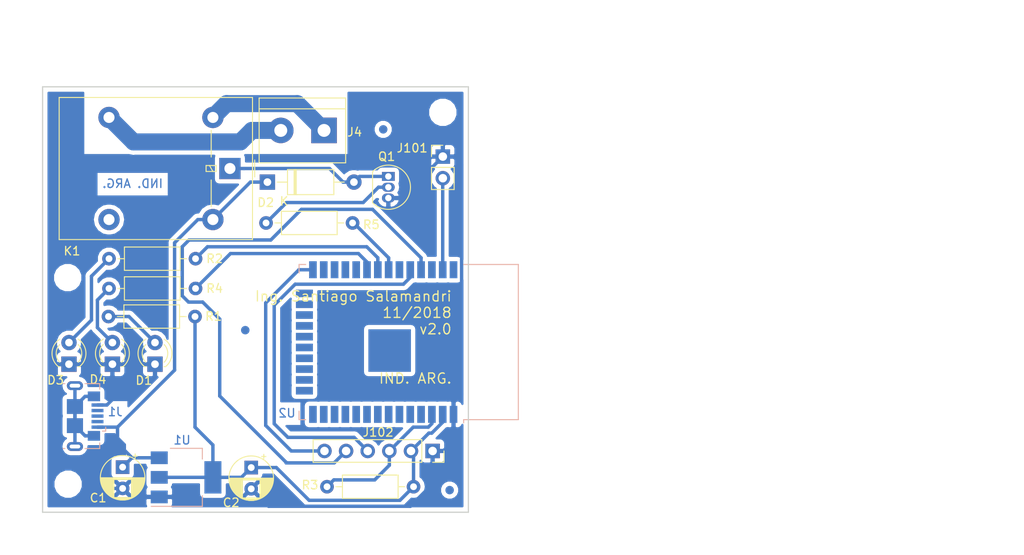
<source format=kicad_pcb>
(kicad_pcb (version 20171130) (host pcbnew 5.0.0-fee4fd1~66~ubuntu18.04.1)

  (general
    (thickness 1.6)
    (drawings 12)
    (tracks 144)
    (zones 0)
    (modules 25)
    (nets 53)
  )

  (page A4)
  (title_block
    (title "PCB para Alarma IoT")
    (date 2018-11-12)
    (rev 1.1)
    (company UrBIT)
    (comment 1 "Autor: Ing. Santiago Salamandri")
    (comment 2 "Licencia: Creative Commons - Attribution - ShareAlike 3.0")
  )

  (layers
    (0 F.Cu signal)
    (31 B.Cu signal)
    (32 B.Adhes user)
    (33 F.Adhes user)
    (34 B.Paste user)
    (35 F.Paste user)
    (36 B.SilkS user)
    (37 F.SilkS user)
    (38 B.Mask user)
    (39 F.Mask user)
    (40 Dwgs.User user)
    (41 Cmts.User user)
    (42 Eco1.User user)
    (43 Eco2.User user)
    (44 Edge.Cuts user)
    (45 Margin user)
    (46 B.CrtYd user)
    (47 F.CrtYd user)
    (48 B.Fab user hide)
    (49 F.Fab user hide)
  )

  (setup
    (last_trace_width 0.4)
    (user_trace_width 0.4)
    (user_trace_width 2)
    (trace_clearance 0.3)
    (zone_clearance 0.5)
    (zone_45_only no)
    (trace_min 0.2)
    (segment_width 0.2)
    (edge_width 0.15)
    (via_size 0.8)
    (via_drill 0.4)
    (via_min_size 0.4)
    (via_min_drill 0.3)
    (uvia_size 0.3)
    (uvia_drill 0.1)
    (uvias_allowed no)
    (uvia_min_size 0.2)
    (uvia_min_drill 0.1)
    (pcb_text_width 0.3)
    (pcb_text_size 1.5 1.5)
    (mod_edge_width 0.15)
    (mod_text_size 1 1)
    (mod_text_width 0.15)
    (pad_size 1.524 1.524)
    (pad_drill 0.762)
    (pad_to_mask_clearance 0.2)
    (aux_axis_origin 167.2 111.3)
    (visible_elements FFFFEF7F)
    (pcbplotparams
      (layerselection 0x011fc_ffffffff)
      (usegerberextensions false)
      (usegerberattributes false)
      (usegerberadvancedattributes false)
      (creategerberjobfile true)
      (excludeedgelayer false)
      (linewidth 0.100000)
      (plotframeref false)
      (viasonmask false)
      (mode 1)
      (useauxorigin false)
      (hpglpennumber 1)
      (hpglpenspeed 20)
      (hpglpendiameter 15.000000)
      (psnegative false)
      (psa4output false)
      (plotreference true)
      (plotvalue true)
      (plotinvisibletext false)
      (padsonsilk true)
      (subtractmaskfromsilk true)
      (outputformat 1)
      (mirror false)
      (drillshape 0)
      (scaleselection 1)
      (outputdirectory "/home/santi/maestria/11.PCB/pcb_cese_2018/gerber/drill/"))
  )

  (net 0 "")
  (net 1 +5V)
  (net 2 GND)
  (net 3 "Net-(D1-Pad2)")
  (net 4 "Net-(D2-Pad2)")
  (net 5 "Net-(D3-Pad2)")
  (net 6 "Net-(D4-Pad2)")
  (net 7 "Net-(J4-Pad1)")
  (net 8 "Net-(J4-Pad2)")
  (net 9 "Net-(Q1-Pad2)")
  (net 10 /Salidas/LedStatus)
  (net 11 /Salidas/LedControl)
  (net 12 /Salidas/RelayIN)
  (net 13 "Net-(U2-Pad38)")
  (net 14 "Net-(U2-Pad33)")
  (net 15 "Net-(U2-Pad29)")
  (net 16 "Net-(U2-Pad27)")
  (net 17 "Net-(U2-Pad26)")
  (net 18 "Net-(U2-Pad24)")
  (net 19 "Net-(U2-Pad23)")
  (net 20 "Net-(U2-Pad22)")
  (net 21 "Net-(U2-Pad21)")
  (net 22 "Net-(U2-Pad20)")
  (net 23 "Net-(U2-Pad19)")
  (net 24 "Net-(U2-Pad18)")
  (net 25 "Net-(U2-Pad17)")
  (net 26 "Net-(U2-Pad16)")
  (net 27 "Net-(U2-Pad15)")
  (net 28 "Net-(U2-Pad14)")
  (net 29 "Net-(U2-Pad13)")
  (net 30 "Net-(U2-Pad12)")
  (net 31 "Net-(U2-Pad11)")
  (net 32 "Net-(U2-Pad10)")
  (net 33 "Net-(U2-Pad9)")
  (net 34 "Net-(U2-Pad8)")
  (net 35 "Net-(U2-Pad7)")
  (net 36 "Net-(U2-Pad5)")
  (net 37 "Net-(U2-Pad4)")
  (net 38 "Net-(U2-Pad39)")
  (net 39 "Net-(K1-Pad4)")
  (net 40 "Net-(U2-Pad6)")
  (net 41 +3V3)
  (net 42 "Net-(J101-Pad2)")
  (net 43 /GPIO0)
  (net 44 /EN)
  (net 45 "Net-(J102-Pad5)")
  (net 46 "Net-(U2-Pad36)")
  (net 47 "Net-(J102-Pad4)")
  (net 48 "Net-(U2-Pad28)")
  (net 49 "Net-(J1-Pad6)")
  (net 50 "Net-(J1-Pad3)")
  (net 51 "Net-(J1-Pad4)")
  (net 52 "Net-(J1-Pad2)")

  (net_class Default "This is the default net class."
    (clearance 0.3)
    (trace_width 0.4)
    (via_dia 0.8)
    (via_drill 0.4)
    (uvia_dia 0.3)
    (uvia_drill 0.1)
    (add_net +3V3)
    (add_net +5V)
    (add_net /EN)
    (add_net /GPIO0)
    (add_net /Salidas/LedControl)
    (add_net /Salidas/LedStatus)
    (add_net /Salidas/RelayIN)
    (add_net GND)
    (add_net "Net-(D1-Pad2)")
    (add_net "Net-(D2-Pad2)")
    (add_net "Net-(D3-Pad2)")
    (add_net "Net-(D4-Pad2)")
    (add_net "Net-(J1-Pad2)")
    (add_net "Net-(J1-Pad3)")
    (add_net "Net-(J1-Pad4)")
    (add_net "Net-(J1-Pad6)")
    (add_net "Net-(J101-Pad2)")
    (add_net "Net-(J102-Pad4)")
    (add_net "Net-(J102-Pad5)")
    (add_net "Net-(J4-Pad1)")
    (add_net "Net-(J4-Pad2)")
    (add_net "Net-(K1-Pad4)")
    (add_net "Net-(Q1-Pad2)")
    (add_net "Net-(U2-Pad10)")
    (add_net "Net-(U2-Pad11)")
    (add_net "Net-(U2-Pad12)")
    (add_net "Net-(U2-Pad13)")
    (add_net "Net-(U2-Pad14)")
    (add_net "Net-(U2-Pad15)")
    (add_net "Net-(U2-Pad16)")
    (add_net "Net-(U2-Pad17)")
    (add_net "Net-(U2-Pad18)")
    (add_net "Net-(U2-Pad19)")
    (add_net "Net-(U2-Pad20)")
    (add_net "Net-(U2-Pad21)")
    (add_net "Net-(U2-Pad22)")
    (add_net "Net-(U2-Pad23)")
    (add_net "Net-(U2-Pad24)")
    (add_net "Net-(U2-Pad26)")
    (add_net "Net-(U2-Pad27)")
    (add_net "Net-(U2-Pad28)")
    (add_net "Net-(U2-Pad29)")
    (add_net "Net-(U2-Pad33)")
    (add_net "Net-(U2-Pad36)")
    (add_net "Net-(U2-Pad38)")
    (add_net "Net-(U2-Pad39)")
    (add_net "Net-(U2-Pad4)")
    (add_net "Net-(U2-Pad5)")
    (add_net "Net-(U2-Pad6)")
    (add_net "Net-(U2-Pad7)")
    (add_net "Net-(U2-Pad8)")
    (add_net "Net-(U2-Pad9)")
  )

  (module Connector_USB:USB_Micro-B_GCT_USB3076-30-A (layer B.Cu) (tedit 5A170D03) (tstamp 5BF6F323)
    (at 169.2 103.3 90)
    (descr "GCT Micro USB https://gct.co/files/drawings/usb3076.pdf")
    (tags "Micro-USB SMD Typ-B GCT")
    (path /5BBE7A48/5BEAFF76)
    (attr smd)
    (fp_text reference J1 (at 1.1 3.7 90) (layer B.SilkS) hide
      (effects (font (size 1 1) (thickness 0.15)) (justify mirror))
    )
    (fp_text value USB_B_Mcro (at 0 -5.2 90) (layer B.Fab)
      (effects (font (size 1 1) (thickness 0.15)) (justify mirror))
    )
    (fp_line (start -1.1 2.16) (end -1.1 1.95) (layer B.Fab) (width 0.1))
    (fp_line (start -1.5 2.16) (end -1.5 1.95) (layer B.Fab) (width 0.1))
    (fp_line (start -1.5 2.16) (end -1.1 2.16) (layer B.Fab) (width 0.1))
    (fp_line (start -1.1 1.95) (end -1.3 1.75) (layer B.Fab) (width 0.1))
    (fp_line (start -1.3 1.75) (end -1.5 1.95) (layer B.Fab) (width 0.1))
    (fp_line (start -1.76 2.41) (end -1.76 2.02) (layer B.SilkS) (width 0.12))
    (fp_line (start -1.76 2.41) (end -1.31 2.41) (layer B.SilkS) (width 0.12))
    (fp_text user %R (at 0 -0.85 90) (layer B.Fab)
      (effects (font (size 1 1) (thickness 0.15)) (justify mirror))
    )
    (fp_line (start 3.81 1.71) (end 3.16 1.71) (layer B.SilkS) (width 0.12))
    (fp_line (start 3.81 -0.02) (end 3.81 1.71) (layer B.SilkS) (width 0.12))
    (fp_line (start -3.81 -2.59) (end -3.81 -2.38) (layer B.SilkS) (width 0.12))
    (fp_line (start -3.7 -3.95) (end -3.7 1.6) (layer B.Fab) (width 0.1))
    (fp_line (start -3.7 1.6) (end 3.7 1.6) (layer B.Fab) (width 0.1))
    (fp_line (start -3.7 -3.95) (end 3.7 -3.95) (layer B.Fab) (width 0.1))
    (fp_line (start -3 -2.65) (end 3 -2.65) (layer B.Fab) (width 0.1))
    (fp_line (start 3.7 -3.95) (end 3.7 1.6) (layer B.Fab) (width 0.1))
    (fp_line (start 3.81 -2.59) (end 3.81 -2.38) (layer B.SilkS) (width 0.12))
    (fp_line (start -3.81 -0.02) (end -3.81 1.71) (layer B.SilkS) (width 0.12))
    (fp_line (start -3.81 1.71) (end -3.15 1.71) (layer B.SilkS) (width 0.12))
    (fp_text user "PCB Edge" (at 0 -2.65 90) (layer Dwgs.User)
      (effects (font (size 0.5 0.5) (thickness 0.08)))
    )
    (fp_line (start -4.6 -4.45) (end -4.6 2.65) (layer B.CrtYd) (width 0.05))
    (fp_line (start -4.6 2.65) (end 4.6 2.65) (layer B.CrtYd) (width 0.05))
    (fp_line (start 4.6 2.65) (end 4.6 -4.45) (layer B.CrtYd) (width 0.05))
    (fp_line (start -4.6 -4.45) (end 4.6 -4.45) (layer B.CrtYd) (width 0.05))
    (pad 6 smd rect (at -2.32 1.03 90) (size 1.15 1.45) (layers B.Cu B.Paste B.Mask)
      (net 49 "Net-(J1-Pad6)"))
    (pad 6 smd rect (at 2.32 1.03 90) (size 1.15 1.45) (layers B.Cu B.Paste B.Mask)
      (net 49 "Net-(J1-Pad6)"))
    (pad 6 thru_hole oval (at 3.575 -1.2 90) (size 1.05 1.9) (drill oval 0.45 1.25) (layers *.Cu *.Mask)
      (net 49 "Net-(J1-Pad6)"))
    (pad 6 thru_hole oval (at -3.575 -1.2 270) (size 1.05 1.9) (drill oval 0.45 1.25) (layers *.Cu *.Mask)
      (net 49 "Net-(J1-Pad6)"))
    (pad 6 smd rect (at -1.125 -1.2 90) (size 1.75 1.9) (layers B.Cu B.Paste B.Mask)
      (net 49 "Net-(J1-Pad6)"))
    (pad 3 smd rect (at 0 1.45 90) (size 0.4 1.4) (layers B.Cu B.Paste B.Mask)
      (net 50 "Net-(J1-Pad3)"))
    (pad 4 smd rect (at 0.65 1.45 90) (size 0.4 1.4) (layers B.Cu B.Paste B.Mask)
      (net 51 "Net-(J1-Pad4)"))
    (pad 5 smd rect (at 1.3 1.45 90) (size 0.4 1.4) (layers B.Cu B.Paste B.Mask)
      (net 2 GND))
    (pad 1 smd rect (at -1.3 1.45 90) (size 0.4 1.4) (layers B.Cu B.Paste B.Mask)
      (net 1 +5V))
    (pad 2 smd rect (at -0.65 1.45 90) (size 0.4 1.4) (layers B.Cu B.Paste B.Mask)
      (net 52 "Net-(J1-Pad2)"))
    (pad 6 smd rect (at 1.125 -1.2 90) (size 1.75 1.9) (layers B.Cu B.Paste B.Mask)
      (net 49 "Net-(J1-Pad6)"))
    (model ${KISYS3DMOD}/Connector_USB.3dshapes/USB_Micro-B_GCT_USB3076-30-A.wrl
      (at (xyz 0 0 0))
      (scale (xyz 1 1 1))
      (rotate (xyz 0 0 0))
    )
    (model ${KIPRJMOD}/shapes3D/USB_Micro-B_Molex_47346-0001.wrl
      (at (xyz 0 0 0))
      (scale (xyz 1 1 1))
      (rotate (xyz 0 0 0))
    )
  )

  (module Connector_PinSocket_2.54mm:PinSocket_1x06_P2.54mm_Vertical (layer F.Cu) (tedit 5A19A430) (tstamp 5BF786C1)
    (at 210 107.4 270)
    (descr "Through hole straight socket strip, 1x06, 2.54mm pitch, single row (from Kicad 4.0.7), script generated")
    (tags "Through hole socket strip THT 1x06 2.54mm single row")
    (path /5BEA6E33)
    (fp_text reference J102 (at -2.2 6.4) (layer F.SilkS)
      (effects (font (size 1 1) (thickness 0.15)))
    )
    (fp_text value TiraDePinesHembra (at 0 15.47 270) (layer F.Fab)
      (effects (font (size 1 1) (thickness 0.15)))
    )
    (fp_line (start -1.27 -1.27) (end 0.635 -1.27) (layer F.Fab) (width 0.1))
    (fp_line (start 0.635 -1.27) (end 1.27 -0.635) (layer F.Fab) (width 0.1))
    (fp_line (start 1.27 -0.635) (end 1.27 13.97) (layer F.Fab) (width 0.1))
    (fp_line (start 1.27 13.97) (end -1.27 13.97) (layer F.Fab) (width 0.1))
    (fp_line (start -1.27 13.97) (end -1.27 -1.27) (layer F.Fab) (width 0.1))
    (fp_line (start -1.33 1.27) (end 1.33 1.27) (layer F.SilkS) (width 0.12))
    (fp_line (start -1.33 1.27) (end -1.33 14.03) (layer F.SilkS) (width 0.12))
    (fp_line (start -1.33 14.03) (end 1.33 14.03) (layer F.SilkS) (width 0.12))
    (fp_line (start 1.33 1.27) (end 1.33 14.03) (layer F.SilkS) (width 0.12))
    (fp_line (start 1.33 -1.33) (end 1.33 0) (layer F.SilkS) (width 0.12))
    (fp_line (start 0 -1.33) (end 1.33 -1.33) (layer F.SilkS) (width 0.12))
    (fp_line (start -1.8 -1.8) (end 1.75 -1.8) (layer F.CrtYd) (width 0.05))
    (fp_line (start 1.75 -1.8) (end 1.75 14.45) (layer F.CrtYd) (width 0.05))
    (fp_line (start 1.75 14.45) (end -1.8 14.45) (layer F.CrtYd) (width 0.05))
    (fp_line (start -1.8 14.45) (end -1.8 -1.8) (layer F.CrtYd) (width 0.05))
    (fp_text user %R (at 0 6.35) (layer F.Fab)
      (effects (font (size 1 1) (thickness 0.15)))
    )
    (pad 1 thru_hole rect (at 0 0 270) (size 1.7 1.7) (drill 1) (layers *.Cu *.Mask)
      (net 2 GND))
    (pad 2 thru_hole oval (at 0 2.54 270) (size 1.7 1.7) (drill 1) (layers *.Cu *.Mask)
      (net 41 +3V3))
    (pad 3 thru_hole oval (at 0 5.08 270) (size 1.7 1.7) (drill 1) (layers *.Cu *.Mask)
      (net 44 /EN))
    (pad 4 thru_hole oval (at 0 7.62 270) (size 1.7 1.7) (drill 1) (layers *.Cu *.Mask)
      (net 47 "Net-(J102-Pad4)"))
    (pad 5 thru_hole oval (at 0 10.16 270) (size 1.7 1.7) (drill 1) (layers *.Cu *.Mask)
      (net 45 "Net-(J102-Pad5)"))
    (pad 6 thru_hole oval (at 0 12.7 270) (size 1.7 1.7) (drill 1) (layers *.Cu *.Mask)
      (net 43 /GPIO0))
    (model ${KISYS3DMOD}/Connector_PinSocket_2.54mm.3dshapes/PinSocket_1x06_P2.54mm_Vertical.wrl
      (at (xyz 0 0 0))
      (scale (xyz 1 1 1))
      (rotate (xyz 0 0 0))
    )
  )

  (module Capacitor_THT:CP_Radial_D5.0mm_P2.50mm (layer F.Cu) (tedit 5AE50EF0) (tstamp 5BF6F1F0)
    (at 173.6 109.3 270)
    (descr "CP, Radial series, Radial, pin pitch=2.50mm, , diameter=5mm, Electrolytic Capacitor")
    (tags "CP Radial series Radial pin pitch 2.50mm  diameter 5mm Electrolytic Capacitor")
    (path /5BBE7A48/5BBE93C1)
    (fp_text reference C1 (at 3.625 2.875) (layer F.SilkS)
      (effects (font (size 1 1) (thickness 0.15)))
    )
    (fp_text value 10uF (at 1.25 3.75 270) (layer F.Fab)
      (effects (font (size 1 1) (thickness 0.15)))
    )
    (fp_text user %R (at 1.25 0 270) (layer F.Fab)
      (effects (font (size 1 1) (thickness 0.15)))
    )
    (fp_line (start -1.304775 -1.725) (end -1.304775 -1.225) (layer F.SilkS) (width 0.12))
    (fp_line (start -1.554775 -1.475) (end -1.054775 -1.475) (layer F.SilkS) (width 0.12))
    (fp_line (start 3.851 -0.284) (end 3.851 0.284) (layer F.SilkS) (width 0.12))
    (fp_line (start 3.811 -0.518) (end 3.811 0.518) (layer F.SilkS) (width 0.12))
    (fp_line (start 3.771 -0.677) (end 3.771 0.677) (layer F.SilkS) (width 0.12))
    (fp_line (start 3.731 -0.805) (end 3.731 0.805) (layer F.SilkS) (width 0.12))
    (fp_line (start 3.691 -0.915) (end 3.691 0.915) (layer F.SilkS) (width 0.12))
    (fp_line (start 3.651 -1.011) (end 3.651 1.011) (layer F.SilkS) (width 0.12))
    (fp_line (start 3.611 -1.098) (end 3.611 1.098) (layer F.SilkS) (width 0.12))
    (fp_line (start 3.571 -1.178) (end 3.571 1.178) (layer F.SilkS) (width 0.12))
    (fp_line (start 3.531 1.04) (end 3.531 1.251) (layer F.SilkS) (width 0.12))
    (fp_line (start 3.531 -1.251) (end 3.531 -1.04) (layer F.SilkS) (width 0.12))
    (fp_line (start 3.491 1.04) (end 3.491 1.319) (layer F.SilkS) (width 0.12))
    (fp_line (start 3.491 -1.319) (end 3.491 -1.04) (layer F.SilkS) (width 0.12))
    (fp_line (start 3.451 1.04) (end 3.451 1.383) (layer F.SilkS) (width 0.12))
    (fp_line (start 3.451 -1.383) (end 3.451 -1.04) (layer F.SilkS) (width 0.12))
    (fp_line (start 3.411 1.04) (end 3.411 1.443) (layer F.SilkS) (width 0.12))
    (fp_line (start 3.411 -1.443) (end 3.411 -1.04) (layer F.SilkS) (width 0.12))
    (fp_line (start 3.371 1.04) (end 3.371 1.5) (layer F.SilkS) (width 0.12))
    (fp_line (start 3.371 -1.5) (end 3.371 -1.04) (layer F.SilkS) (width 0.12))
    (fp_line (start 3.331 1.04) (end 3.331 1.554) (layer F.SilkS) (width 0.12))
    (fp_line (start 3.331 -1.554) (end 3.331 -1.04) (layer F.SilkS) (width 0.12))
    (fp_line (start 3.291 1.04) (end 3.291 1.605) (layer F.SilkS) (width 0.12))
    (fp_line (start 3.291 -1.605) (end 3.291 -1.04) (layer F.SilkS) (width 0.12))
    (fp_line (start 3.251 1.04) (end 3.251 1.653) (layer F.SilkS) (width 0.12))
    (fp_line (start 3.251 -1.653) (end 3.251 -1.04) (layer F.SilkS) (width 0.12))
    (fp_line (start 3.211 1.04) (end 3.211 1.699) (layer F.SilkS) (width 0.12))
    (fp_line (start 3.211 -1.699) (end 3.211 -1.04) (layer F.SilkS) (width 0.12))
    (fp_line (start 3.171 1.04) (end 3.171 1.743) (layer F.SilkS) (width 0.12))
    (fp_line (start 3.171 -1.743) (end 3.171 -1.04) (layer F.SilkS) (width 0.12))
    (fp_line (start 3.131 1.04) (end 3.131 1.785) (layer F.SilkS) (width 0.12))
    (fp_line (start 3.131 -1.785) (end 3.131 -1.04) (layer F.SilkS) (width 0.12))
    (fp_line (start 3.091 1.04) (end 3.091 1.826) (layer F.SilkS) (width 0.12))
    (fp_line (start 3.091 -1.826) (end 3.091 -1.04) (layer F.SilkS) (width 0.12))
    (fp_line (start 3.051 1.04) (end 3.051 1.864) (layer F.SilkS) (width 0.12))
    (fp_line (start 3.051 -1.864) (end 3.051 -1.04) (layer F.SilkS) (width 0.12))
    (fp_line (start 3.011 1.04) (end 3.011 1.901) (layer F.SilkS) (width 0.12))
    (fp_line (start 3.011 -1.901) (end 3.011 -1.04) (layer F.SilkS) (width 0.12))
    (fp_line (start 2.971 1.04) (end 2.971 1.937) (layer F.SilkS) (width 0.12))
    (fp_line (start 2.971 -1.937) (end 2.971 -1.04) (layer F.SilkS) (width 0.12))
    (fp_line (start 2.931 1.04) (end 2.931 1.971) (layer F.SilkS) (width 0.12))
    (fp_line (start 2.931 -1.971) (end 2.931 -1.04) (layer F.SilkS) (width 0.12))
    (fp_line (start 2.891 1.04) (end 2.891 2.004) (layer F.SilkS) (width 0.12))
    (fp_line (start 2.891 -2.004) (end 2.891 -1.04) (layer F.SilkS) (width 0.12))
    (fp_line (start 2.851 1.04) (end 2.851 2.035) (layer F.SilkS) (width 0.12))
    (fp_line (start 2.851 -2.035) (end 2.851 -1.04) (layer F.SilkS) (width 0.12))
    (fp_line (start 2.811 1.04) (end 2.811 2.065) (layer F.SilkS) (width 0.12))
    (fp_line (start 2.811 -2.065) (end 2.811 -1.04) (layer F.SilkS) (width 0.12))
    (fp_line (start 2.771 1.04) (end 2.771 2.095) (layer F.SilkS) (width 0.12))
    (fp_line (start 2.771 -2.095) (end 2.771 -1.04) (layer F.SilkS) (width 0.12))
    (fp_line (start 2.731 1.04) (end 2.731 2.122) (layer F.SilkS) (width 0.12))
    (fp_line (start 2.731 -2.122) (end 2.731 -1.04) (layer F.SilkS) (width 0.12))
    (fp_line (start 2.691 1.04) (end 2.691 2.149) (layer F.SilkS) (width 0.12))
    (fp_line (start 2.691 -2.149) (end 2.691 -1.04) (layer F.SilkS) (width 0.12))
    (fp_line (start 2.651 1.04) (end 2.651 2.175) (layer F.SilkS) (width 0.12))
    (fp_line (start 2.651 -2.175) (end 2.651 -1.04) (layer F.SilkS) (width 0.12))
    (fp_line (start 2.611 1.04) (end 2.611 2.2) (layer F.SilkS) (width 0.12))
    (fp_line (start 2.611 -2.2) (end 2.611 -1.04) (layer F.SilkS) (width 0.12))
    (fp_line (start 2.571 1.04) (end 2.571 2.224) (layer F.SilkS) (width 0.12))
    (fp_line (start 2.571 -2.224) (end 2.571 -1.04) (layer F.SilkS) (width 0.12))
    (fp_line (start 2.531 1.04) (end 2.531 2.247) (layer F.SilkS) (width 0.12))
    (fp_line (start 2.531 -2.247) (end 2.531 -1.04) (layer F.SilkS) (width 0.12))
    (fp_line (start 2.491 1.04) (end 2.491 2.268) (layer F.SilkS) (width 0.12))
    (fp_line (start 2.491 -2.268) (end 2.491 -1.04) (layer F.SilkS) (width 0.12))
    (fp_line (start 2.451 1.04) (end 2.451 2.29) (layer F.SilkS) (width 0.12))
    (fp_line (start 2.451 -2.29) (end 2.451 -1.04) (layer F.SilkS) (width 0.12))
    (fp_line (start 2.411 1.04) (end 2.411 2.31) (layer F.SilkS) (width 0.12))
    (fp_line (start 2.411 -2.31) (end 2.411 -1.04) (layer F.SilkS) (width 0.12))
    (fp_line (start 2.371 1.04) (end 2.371 2.329) (layer F.SilkS) (width 0.12))
    (fp_line (start 2.371 -2.329) (end 2.371 -1.04) (layer F.SilkS) (width 0.12))
    (fp_line (start 2.331 1.04) (end 2.331 2.348) (layer F.SilkS) (width 0.12))
    (fp_line (start 2.331 -2.348) (end 2.331 -1.04) (layer F.SilkS) (width 0.12))
    (fp_line (start 2.291 1.04) (end 2.291 2.365) (layer F.SilkS) (width 0.12))
    (fp_line (start 2.291 -2.365) (end 2.291 -1.04) (layer F.SilkS) (width 0.12))
    (fp_line (start 2.251 1.04) (end 2.251 2.382) (layer F.SilkS) (width 0.12))
    (fp_line (start 2.251 -2.382) (end 2.251 -1.04) (layer F.SilkS) (width 0.12))
    (fp_line (start 2.211 1.04) (end 2.211 2.398) (layer F.SilkS) (width 0.12))
    (fp_line (start 2.211 -2.398) (end 2.211 -1.04) (layer F.SilkS) (width 0.12))
    (fp_line (start 2.171 1.04) (end 2.171 2.414) (layer F.SilkS) (width 0.12))
    (fp_line (start 2.171 -2.414) (end 2.171 -1.04) (layer F.SilkS) (width 0.12))
    (fp_line (start 2.131 1.04) (end 2.131 2.428) (layer F.SilkS) (width 0.12))
    (fp_line (start 2.131 -2.428) (end 2.131 -1.04) (layer F.SilkS) (width 0.12))
    (fp_line (start 2.091 1.04) (end 2.091 2.442) (layer F.SilkS) (width 0.12))
    (fp_line (start 2.091 -2.442) (end 2.091 -1.04) (layer F.SilkS) (width 0.12))
    (fp_line (start 2.051 1.04) (end 2.051 2.455) (layer F.SilkS) (width 0.12))
    (fp_line (start 2.051 -2.455) (end 2.051 -1.04) (layer F.SilkS) (width 0.12))
    (fp_line (start 2.011 1.04) (end 2.011 2.468) (layer F.SilkS) (width 0.12))
    (fp_line (start 2.011 -2.468) (end 2.011 -1.04) (layer F.SilkS) (width 0.12))
    (fp_line (start 1.971 1.04) (end 1.971 2.48) (layer F.SilkS) (width 0.12))
    (fp_line (start 1.971 -2.48) (end 1.971 -1.04) (layer F.SilkS) (width 0.12))
    (fp_line (start 1.93 1.04) (end 1.93 2.491) (layer F.SilkS) (width 0.12))
    (fp_line (start 1.93 -2.491) (end 1.93 -1.04) (layer F.SilkS) (width 0.12))
    (fp_line (start 1.89 1.04) (end 1.89 2.501) (layer F.SilkS) (width 0.12))
    (fp_line (start 1.89 -2.501) (end 1.89 -1.04) (layer F.SilkS) (width 0.12))
    (fp_line (start 1.85 1.04) (end 1.85 2.511) (layer F.SilkS) (width 0.12))
    (fp_line (start 1.85 -2.511) (end 1.85 -1.04) (layer F.SilkS) (width 0.12))
    (fp_line (start 1.81 1.04) (end 1.81 2.52) (layer F.SilkS) (width 0.12))
    (fp_line (start 1.81 -2.52) (end 1.81 -1.04) (layer F.SilkS) (width 0.12))
    (fp_line (start 1.77 1.04) (end 1.77 2.528) (layer F.SilkS) (width 0.12))
    (fp_line (start 1.77 -2.528) (end 1.77 -1.04) (layer F.SilkS) (width 0.12))
    (fp_line (start 1.73 1.04) (end 1.73 2.536) (layer F.SilkS) (width 0.12))
    (fp_line (start 1.73 -2.536) (end 1.73 -1.04) (layer F.SilkS) (width 0.12))
    (fp_line (start 1.69 1.04) (end 1.69 2.543) (layer F.SilkS) (width 0.12))
    (fp_line (start 1.69 -2.543) (end 1.69 -1.04) (layer F.SilkS) (width 0.12))
    (fp_line (start 1.65 1.04) (end 1.65 2.55) (layer F.SilkS) (width 0.12))
    (fp_line (start 1.65 -2.55) (end 1.65 -1.04) (layer F.SilkS) (width 0.12))
    (fp_line (start 1.61 1.04) (end 1.61 2.556) (layer F.SilkS) (width 0.12))
    (fp_line (start 1.61 -2.556) (end 1.61 -1.04) (layer F.SilkS) (width 0.12))
    (fp_line (start 1.57 1.04) (end 1.57 2.561) (layer F.SilkS) (width 0.12))
    (fp_line (start 1.57 -2.561) (end 1.57 -1.04) (layer F.SilkS) (width 0.12))
    (fp_line (start 1.53 1.04) (end 1.53 2.565) (layer F.SilkS) (width 0.12))
    (fp_line (start 1.53 -2.565) (end 1.53 -1.04) (layer F.SilkS) (width 0.12))
    (fp_line (start 1.49 1.04) (end 1.49 2.569) (layer F.SilkS) (width 0.12))
    (fp_line (start 1.49 -2.569) (end 1.49 -1.04) (layer F.SilkS) (width 0.12))
    (fp_line (start 1.45 -2.573) (end 1.45 2.573) (layer F.SilkS) (width 0.12))
    (fp_line (start 1.41 -2.576) (end 1.41 2.576) (layer F.SilkS) (width 0.12))
    (fp_line (start 1.37 -2.578) (end 1.37 2.578) (layer F.SilkS) (width 0.12))
    (fp_line (start 1.33 -2.579) (end 1.33 2.579) (layer F.SilkS) (width 0.12))
    (fp_line (start 1.29 -2.58) (end 1.29 2.58) (layer F.SilkS) (width 0.12))
    (fp_line (start 1.25 -2.58) (end 1.25 2.58) (layer F.SilkS) (width 0.12))
    (fp_line (start -0.633605 -1.3375) (end -0.633605 -0.8375) (layer F.Fab) (width 0.1))
    (fp_line (start -0.883605 -1.0875) (end -0.383605 -1.0875) (layer F.Fab) (width 0.1))
    (fp_circle (center 1.25 0) (end 4 0) (layer F.CrtYd) (width 0.05))
    (fp_circle (center 1.25 0) (end 3.87 0) (layer F.SilkS) (width 0.12))
    (fp_circle (center 1.25 0) (end 3.75 0) (layer F.Fab) (width 0.1))
    (pad 2 thru_hole circle (at 2.5 0 270) (size 1.6 1.6) (drill 0.8) (layers *.Cu *.Mask)
      (net 2 GND))
    (pad 1 thru_hole rect (at 0 0 270) (size 1.6 1.6) (drill 0.8) (layers *.Cu *.Mask)
      (net 1 +5V))
    (model ${KISYS3DMOD}/Capacitor_THT.3dshapes/CP_Radial_D5.0mm_P2.50mm.wrl
      (at (xyz 0 0 0))
      (scale (xyz 1 1 1))
      (rotate (xyz 0 0 0))
    )
  )

  (module Capacitor_THT:CP_Radial_D5.0mm_P2.50mm (layer F.Cu) (tedit 5AE50EF0) (tstamp 5BF7DD78)
    (at 188.7 109.35 270)
    (descr "CP, Radial series, Radial, pin pitch=2.50mm, , diameter=5mm, Electrolytic Capacitor")
    (tags "CP Radial series Radial pin pitch 2.50mm  diameter 5mm Electrolytic Capacitor")
    (path /5BBE7A48/5BBE93BA)
    (fp_text reference C2 (at 4.125 2.35) (layer F.SilkS)
      (effects (font (size 1 1) (thickness 0.15)))
    )
    (fp_text value 10uF (at 1.25 3.75 270) (layer F.Fab)
      (effects (font (size 1 1) (thickness 0.15)))
    )
    (fp_text user %R (at 1.25 0 270) (layer F.Fab)
      (effects (font (size 1 1) (thickness 0.15)))
    )
    (fp_line (start -1.304775 -1.725) (end -1.304775 -1.225) (layer F.SilkS) (width 0.12))
    (fp_line (start -1.554775 -1.475) (end -1.054775 -1.475) (layer F.SilkS) (width 0.12))
    (fp_line (start 3.851 -0.284) (end 3.851 0.284) (layer F.SilkS) (width 0.12))
    (fp_line (start 3.811 -0.518) (end 3.811 0.518) (layer F.SilkS) (width 0.12))
    (fp_line (start 3.771 -0.677) (end 3.771 0.677) (layer F.SilkS) (width 0.12))
    (fp_line (start 3.731 -0.805) (end 3.731 0.805) (layer F.SilkS) (width 0.12))
    (fp_line (start 3.691 -0.915) (end 3.691 0.915) (layer F.SilkS) (width 0.12))
    (fp_line (start 3.651 -1.011) (end 3.651 1.011) (layer F.SilkS) (width 0.12))
    (fp_line (start 3.611 -1.098) (end 3.611 1.098) (layer F.SilkS) (width 0.12))
    (fp_line (start 3.571 -1.178) (end 3.571 1.178) (layer F.SilkS) (width 0.12))
    (fp_line (start 3.531 1.04) (end 3.531 1.251) (layer F.SilkS) (width 0.12))
    (fp_line (start 3.531 -1.251) (end 3.531 -1.04) (layer F.SilkS) (width 0.12))
    (fp_line (start 3.491 1.04) (end 3.491 1.319) (layer F.SilkS) (width 0.12))
    (fp_line (start 3.491 -1.319) (end 3.491 -1.04) (layer F.SilkS) (width 0.12))
    (fp_line (start 3.451 1.04) (end 3.451 1.383) (layer F.SilkS) (width 0.12))
    (fp_line (start 3.451 -1.383) (end 3.451 -1.04) (layer F.SilkS) (width 0.12))
    (fp_line (start 3.411 1.04) (end 3.411 1.443) (layer F.SilkS) (width 0.12))
    (fp_line (start 3.411 -1.443) (end 3.411 -1.04) (layer F.SilkS) (width 0.12))
    (fp_line (start 3.371 1.04) (end 3.371 1.5) (layer F.SilkS) (width 0.12))
    (fp_line (start 3.371 -1.5) (end 3.371 -1.04) (layer F.SilkS) (width 0.12))
    (fp_line (start 3.331 1.04) (end 3.331 1.554) (layer F.SilkS) (width 0.12))
    (fp_line (start 3.331 -1.554) (end 3.331 -1.04) (layer F.SilkS) (width 0.12))
    (fp_line (start 3.291 1.04) (end 3.291 1.605) (layer F.SilkS) (width 0.12))
    (fp_line (start 3.291 -1.605) (end 3.291 -1.04) (layer F.SilkS) (width 0.12))
    (fp_line (start 3.251 1.04) (end 3.251 1.653) (layer F.SilkS) (width 0.12))
    (fp_line (start 3.251 -1.653) (end 3.251 -1.04) (layer F.SilkS) (width 0.12))
    (fp_line (start 3.211 1.04) (end 3.211 1.699) (layer F.SilkS) (width 0.12))
    (fp_line (start 3.211 -1.699) (end 3.211 -1.04) (layer F.SilkS) (width 0.12))
    (fp_line (start 3.171 1.04) (end 3.171 1.743) (layer F.SilkS) (width 0.12))
    (fp_line (start 3.171 -1.743) (end 3.171 -1.04) (layer F.SilkS) (width 0.12))
    (fp_line (start 3.131 1.04) (end 3.131 1.785) (layer F.SilkS) (width 0.12))
    (fp_line (start 3.131 -1.785) (end 3.131 -1.04) (layer F.SilkS) (width 0.12))
    (fp_line (start 3.091 1.04) (end 3.091 1.826) (layer F.SilkS) (width 0.12))
    (fp_line (start 3.091 -1.826) (end 3.091 -1.04) (layer F.SilkS) (width 0.12))
    (fp_line (start 3.051 1.04) (end 3.051 1.864) (layer F.SilkS) (width 0.12))
    (fp_line (start 3.051 -1.864) (end 3.051 -1.04) (layer F.SilkS) (width 0.12))
    (fp_line (start 3.011 1.04) (end 3.011 1.901) (layer F.SilkS) (width 0.12))
    (fp_line (start 3.011 -1.901) (end 3.011 -1.04) (layer F.SilkS) (width 0.12))
    (fp_line (start 2.971 1.04) (end 2.971 1.937) (layer F.SilkS) (width 0.12))
    (fp_line (start 2.971 -1.937) (end 2.971 -1.04) (layer F.SilkS) (width 0.12))
    (fp_line (start 2.931 1.04) (end 2.931 1.971) (layer F.SilkS) (width 0.12))
    (fp_line (start 2.931 -1.971) (end 2.931 -1.04) (layer F.SilkS) (width 0.12))
    (fp_line (start 2.891 1.04) (end 2.891 2.004) (layer F.SilkS) (width 0.12))
    (fp_line (start 2.891 -2.004) (end 2.891 -1.04) (layer F.SilkS) (width 0.12))
    (fp_line (start 2.851 1.04) (end 2.851 2.035) (layer F.SilkS) (width 0.12))
    (fp_line (start 2.851 -2.035) (end 2.851 -1.04) (layer F.SilkS) (width 0.12))
    (fp_line (start 2.811 1.04) (end 2.811 2.065) (layer F.SilkS) (width 0.12))
    (fp_line (start 2.811 -2.065) (end 2.811 -1.04) (layer F.SilkS) (width 0.12))
    (fp_line (start 2.771 1.04) (end 2.771 2.095) (layer F.SilkS) (width 0.12))
    (fp_line (start 2.771 -2.095) (end 2.771 -1.04) (layer F.SilkS) (width 0.12))
    (fp_line (start 2.731 1.04) (end 2.731 2.122) (layer F.SilkS) (width 0.12))
    (fp_line (start 2.731 -2.122) (end 2.731 -1.04) (layer F.SilkS) (width 0.12))
    (fp_line (start 2.691 1.04) (end 2.691 2.149) (layer F.SilkS) (width 0.12))
    (fp_line (start 2.691 -2.149) (end 2.691 -1.04) (layer F.SilkS) (width 0.12))
    (fp_line (start 2.651 1.04) (end 2.651 2.175) (layer F.SilkS) (width 0.12))
    (fp_line (start 2.651 -2.175) (end 2.651 -1.04) (layer F.SilkS) (width 0.12))
    (fp_line (start 2.611 1.04) (end 2.611 2.2) (layer F.SilkS) (width 0.12))
    (fp_line (start 2.611 -2.2) (end 2.611 -1.04) (layer F.SilkS) (width 0.12))
    (fp_line (start 2.571 1.04) (end 2.571 2.224) (layer F.SilkS) (width 0.12))
    (fp_line (start 2.571 -2.224) (end 2.571 -1.04) (layer F.SilkS) (width 0.12))
    (fp_line (start 2.531 1.04) (end 2.531 2.247) (layer F.SilkS) (width 0.12))
    (fp_line (start 2.531 -2.247) (end 2.531 -1.04) (layer F.SilkS) (width 0.12))
    (fp_line (start 2.491 1.04) (end 2.491 2.268) (layer F.SilkS) (width 0.12))
    (fp_line (start 2.491 -2.268) (end 2.491 -1.04) (layer F.SilkS) (width 0.12))
    (fp_line (start 2.451 1.04) (end 2.451 2.29) (layer F.SilkS) (width 0.12))
    (fp_line (start 2.451 -2.29) (end 2.451 -1.04) (layer F.SilkS) (width 0.12))
    (fp_line (start 2.411 1.04) (end 2.411 2.31) (layer F.SilkS) (width 0.12))
    (fp_line (start 2.411 -2.31) (end 2.411 -1.04) (layer F.SilkS) (width 0.12))
    (fp_line (start 2.371 1.04) (end 2.371 2.329) (layer F.SilkS) (width 0.12))
    (fp_line (start 2.371 -2.329) (end 2.371 -1.04) (layer F.SilkS) (width 0.12))
    (fp_line (start 2.331 1.04) (end 2.331 2.348) (layer F.SilkS) (width 0.12))
    (fp_line (start 2.331 -2.348) (end 2.331 -1.04) (layer F.SilkS) (width 0.12))
    (fp_line (start 2.291 1.04) (end 2.291 2.365) (layer F.SilkS) (width 0.12))
    (fp_line (start 2.291 -2.365) (end 2.291 -1.04) (layer F.SilkS) (width 0.12))
    (fp_line (start 2.251 1.04) (end 2.251 2.382) (layer F.SilkS) (width 0.12))
    (fp_line (start 2.251 -2.382) (end 2.251 -1.04) (layer F.SilkS) (width 0.12))
    (fp_line (start 2.211 1.04) (end 2.211 2.398) (layer F.SilkS) (width 0.12))
    (fp_line (start 2.211 -2.398) (end 2.211 -1.04) (layer F.SilkS) (width 0.12))
    (fp_line (start 2.171 1.04) (end 2.171 2.414) (layer F.SilkS) (width 0.12))
    (fp_line (start 2.171 -2.414) (end 2.171 -1.04) (layer F.SilkS) (width 0.12))
    (fp_line (start 2.131 1.04) (end 2.131 2.428) (layer F.SilkS) (width 0.12))
    (fp_line (start 2.131 -2.428) (end 2.131 -1.04) (layer F.SilkS) (width 0.12))
    (fp_line (start 2.091 1.04) (end 2.091 2.442) (layer F.SilkS) (width 0.12))
    (fp_line (start 2.091 -2.442) (end 2.091 -1.04) (layer F.SilkS) (width 0.12))
    (fp_line (start 2.051 1.04) (end 2.051 2.455) (layer F.SilkS) (width 0.12))
    (fp_line (start 2.051 -2.455) (end 2.051 -1.04) (layer F.SilkS) (width 0.12))
    (fp_line (start 2.011 1.04) (end 2.011 2.468) (layer F.SilkS) (width 0.12))
    (fp_line (start 2.011 -2.468) (end 2.011 -1.04) (layer F.SilkS) (width 0.12))
    (fp_line (start 1.971 1.04) (end 1.971 2.48) (layer F.SilkS) (width 0.12))
    (fp_line (start 1.971 -2.48) (end 1.971 -1.04) (layer F.SilkS) (width 0.12))
    (fp_line (start 1.93 1.04) (end 1.93 2.491) (layer F.SilkS) (width 0.12))
    (fp_line (start 1.93 -2.491) (end 1.93 -1.04) (layer F.SilkS) (width 0.12))
    (fp_line (start 1.89 1.04) (end 1.89 2.501) (layer F.SilkS) (width 0.12))
    (fp_line (start 1.89 -2.501) (end 1.89 -1.04) (layer F.SilkS) (width 0.12))
    (fp_line (start 1.85 1.04) (end 1.85 2.511) (layer F.SilkS) (width 0.12))
    (fp_line (start 1.85 -2.511) (end 1.85 -1.04) (layer F.SilkS) (width 0.12))
    (fp_line (start 1.81 1.04) (end 1.81 2.52) (layer F.SilkS) (width 0.12))
    (fp_line (start 1.81 -2.52) (end 1.81 -1.04) (layer F.SilkS) (width 0.12))
    (fp_line (start 1.77 1.04) (end 1.77 2.528) (layer F.SilkS) (width 0.12))
    (fp_line (start 1.77 -2.528) (end 1.77 -1.04) (layer F.SilkS) (width 0.12))
    (fp_line (start 1.73 1.04) (end 1.73 2.536) (layer F.SilkS) (width 0.12))
    (fp_line (start 1.73 -2.536) (end 1.73 -1.04) (layer F.SilkS) (width 0.12))
    (fp_line (start 1.69 1.04) (end 1.69 2.543) (layer F.SilkS) (width 0.12))
    (fp_line (start 1.69 -2.543) (end 1.69 -1.04) (layer F.SilkS) (width 0.12))
    (fp_line (start 1.65 1.04) (end 1.65 2.55) (layer F.SilkS) (width 0.12))
    (fp_line (start 1.65 -2.55) (end 1.65 -1.04) (layer F.SilkS) (width 0.12))
    (fp_line (start 1.61 1.04) (end 1.61 2.556) (layer F.SilkS) (width 0.12))
    (fp_line (start 1.61 -2.556) (end 1.61 -1.04) (layer F.SilkS) (width 0.12))
    (fp_line (start 1.57 1.04) (end 1.57 2.561) (layer F.SilkS) (width 0.12))
    (fp_line (start 1.57 -2.561) (end 1.57 -1.04) (layer F.SilkS) (width 0.12))
    (fp_line (start 1.53 1.04) (end 1.53 2.565) (layer F.SilkS) (width 0.12))
    (fp_line (start 1.53 -2.565) (end 1.53 -1.04) (layer F.SilkS) (width 0.12))
    (fp_line (start 1.49 1.04) (end 1.49 2.569) (layer F.SilkS) (width 0.12))
    (fp_line (start 1.49 -2.569) (end 1.49 -1.04) (layer F.SilkS) (width 0.12))
    (fp_line (start 1.45 -2.573) (end 1.45 2.573) (layer F.SilkS) (width 0.12))
    (fp_line (start 1.41 -2.576) (end 1.41 2.576) (layer F.SilkS) (width 0.12))
    (fp_line (start 1.37 -2.578) (end 1.37 2.578) (layer F.SilkS) (width 0.12))
    (fp_line (start 1.33 -2.579) (end 1.33 2.579) (layer F.SilkS) (width 0.12))
    (fp_line (start 1.29 -2.58) (end 1.29 2.58) (layer F.SilkS) (width 0.12))
    (fp_line (start 1.25 -2.58) (end 1.25 2.58) (layer F.SilkS) (width 0.12))
    (fp_line (start -0.633605 -1.3375) (end -0.633605 -0.8375) (layer F.Fab) (width 0.1))
    (fp_line (start -0.883605 -1.0875) (end -0.383605 -1.0875) (layer F.Fab) (width 0.1))
    (fp_circle (center 1.25 0) (end 4 0) (layer F.CrtYd) (width 0.05))
    (fp_circle (center 1.25 0) (end 3.87 0) (layer F.SilkS) (width 0.12))
    (fp_circle (center 1.25 0) (end 3.75 0) (layer F.Fab) (width 0.1))
    (pad 2 thru_hole circle (at 2.5 0 270) (size 1.6 1.6) (drill 0.8) (layers *.Cu *.Mask)
      (net 2 GND))
    (pad 1 thru_hole rect (at 0 0 270) (size 1.6 1.6) (drill 0.8) (layers *.Cu *.Mask)
      (net 41 +3V3))
    (model ${KISYS3DMOD}/Capacitor_THT.3dshapes/CP_Radial_D5.0mm_P2.50mm.wrl
      (at (xyz 0 0 0))
      (scale (xyz 1 1 1))
      (rotate (xyz 0 0 0))
    )
  )

  (module LED_THT:LED_D3.0mm (layer F.Cu) (tedit 587A3A7B) (tstamp 5BF6F287)
    (at 177.4 97.2 90)
    (descr "LED, diameter 3.0mm, 2 pins")
    (tags "LED diameter 3.0mm 2 pins")
    (path /5BBE7A48/5BBE93DE)
    (fp_text reference D1 (at -1.9 -1.3 180) (layer F.SilkS)
      (effects (font (size 1 1) (thickness 0.15)))
    )
    (fp_text value LED (at 1.27 2.96 90) (layer F.Fab)
      (effects (font (size 1 1) (thickness 0.15)))
    )
    (fp_line (start 3.7 -2.25) (end -1.15 -2.25) (layer F.CrtYd) (width 0.05))
    (fp_line (start 3.7 2.25) (end 3.7 -2.25) (layer F.CrtYd) (width 0.05))
    (fp_line (start -1.15 2.25) (end 3.7 2.25) (layer F.CrtYd) (width 0.05))
    (fp_line (start -1.15 -2.25) (end -1.15 2.25) (layer F.CrtYd) (width 0.05))
    (fp_line (start -0.29 1.08) (end -0.29 1.236) (layer F.SilkS) (width 0.12))
    (fp_line (start -0.29 -1.236) (end -0.29 -1.08) (layer F.SilkS) (width 0.12))
    (fp_line (start -0.23 -1.16619) (end -0.23 1.16619) (layer F.Fab) (width 0.1))
    (fp_circle (center 1.27 0) (end 2.77 0) (layer F.Fab) (width 0.1))
    (fp_arc (start 1.27 0) (end 0.229039 1.08) (angle -87.9) (layer F.SilkS) (width 0.12))
    (fp_arc (start 1.27 0) (end 0.229039 -1.08) (angle 87.9) (layer F.SilkS) (width 0.12))
    (fp_arc (start 1.27 0) (end -0.29 1.235516) (angle -108.8) (layer F.SilkS) (width 0.12))
    (fp_arc (start 1.27 0) (end -0.29 -1.235516) (angle 108.8) (layer F.SilkS) (width 0.12))
    (fp_arc (start 1.27 0) (end -0.23 -1.16619) (angle 284.3) (layer F.Fab) (width 0.1))
    (pad 2 thru_hole circle (at 2.54 0 90) (size 1.8 1.8) (drill 0.9) (layers *.Cu *.Mask)
      (net 3 "Net-(D1-Pad2)"))
    (pad 1 thru_hole rect (at 0 0 90) (size 1.8 1.8) (drill 0.9) (layers *.Cu *.Mask)
      (net 2 GND))
    (model ${KISYS3DMOD}/LED_THT.3dshapes/LED_D3.0mm.wrl
      (at (xyz 0 0 0))
      (scale (xyz 1 1 1))
      (rotate (xyz 0 0 0))
    )
  )

  (module Diode_THT:D_A-405_P10.16mm_Horizontal (layer F.Cu) (tedit 5AE50CD5) (tstamp 5BF6FFBF)
    (at 190.6 75.8)
    (descr "Diode, A-405 series, Axial, Horizontal, pin pitch=10.16mm, , length*diameter=5.2*2.7mm^2, , http://www.diodes.com/_files/packages/A-405.pdf")
    (tags "Diode A-405 series Axial Horizontal pin pitch 10.16mm  length 5.2mm diameter 2.7mm")
    (path /5BBE7A74/5BBEB823)
    (fp_text reference D2 (at -0.2 2.4) (layer F.SilkS)
      (effects (font (size 1 1) (thickness 0.15)))
    )
    (fp_text value 1N4003 (at 5.08 2.47) (layer F.Fab)
      (effects (font (size 1 1) (thickness 0.15)))
    )
    (fp_text user K (at 1.95 2.25) (layer F.SilkS)
      (effects (font (size 1 1) (thickness 0.15)))
    )
    (fp_text user K (at 0 -1.9) (layer F.Fab)
      (effects (font (size 1 1) (thickness 0.15)))
    )
    (fp_text user %R (at 5.47 0) (layer F.Fab)
      (effects (font (size 1 1) (thickness 0.15)))
    )
    (fp_line (start 11.31 -1.6) (end -1.15 -1.6) (layer F.CrtYd) (width 0.05))
    (fp_line (start 11.31 1.6) (end 11.31 -1.6) (layer F.CrtYd) (width 0.05))
    (fp_line (start -1.15 1.6) (end 11.31 1.6) (layer F.CrtYd) (width 0.05))
    (fp_line (start -1.15 -1.6) (end -1.15 1.6) (layer F.CrtYd) (width 0.05))
    (fp_line (start 3.14 -1.47) (end 3.14 1.47) (layer F.SilkS) (width 0.12))
    (fp_line (start 3.38 -1.47) (end 3.38 1.47) (layer F.SilkS) (width 0.12))
    (fp_line (start 3.26 -1.47) (end 3.26 1.47) (layer F.SilkS) (width 0.12))
    (fp_line (start 9.02 0) (end 7.8 0) (layer F.SilkS) (width 0.12))
    (fp_line (start 1.14 0) (end 2.36 0) (layer F.SilkS) (width 0.12))
    (fp_line (start 7.8 -1.47) (end 2.36 -1.47) (layer F.SilkS) (width 0.12))
    (fp_line (start 7.8 1.47) (end 7.8 -1.47) (layer F.SilkS) (width 0.12))
    (fp_line (start 2.36 1.47) (end 7.8 1.47) (layer F.SilkS) (width 0.12))
    (fp_line (start 2.36 -1.47) (end 2.36 1.47) (layer F.SilkS) (width 0.12))
    (fp_line (start 3.16 -1.35) (end 3.16 1.35) (layer F.Fab) (width 0.1))
    (fp_line (start 3.36 -1.35) (end 3.36 1.35) (layer F.Fab) (width 0.1))
    (fp_line (start 3.26 -1.35) (end 3.26 1.35) (layer F.Fab) (width 0.1))
    (fp_line (start 10.16 0) (end 7.68 0) (layer F.Fab) (width 0.1))
    (fp_line (start 0 0) (end 2.48 0) (layer F.Fab) (width 0.1))
    (fp_line (start 7.68 -1.35) (end 2.48 -1.35) (layer F.Fab) (width 0.1))
    (fp_line (start 7.68 1.35) (end 7.68 -1.35) (layer F.Fab) (width 0.1))
    (fp_line (start 2.48 1.35) (end 7.68 1.35) (layer F.Fab) (width 0.1))
    (fp_line (start 2.48 -1.35) (end 2.48 1.35) (layer F.Fab) (width 0.1))
    (pad 2 thru_hole oval (at 10.16 0) (size 1.8 1.8) (drill 0.9) (layers *.Cu *.Mask)
      (net 4 "Net-(D2-Pad2)"))
    (pad 1 thru_hole rect (at 0 0) (size 1.8 1.8) (drill 0.9) (layers *.Cu *.Mask)
      (net 1 +5V))
    (model ${KISYS3DMOD}/Diode_THT.3dshapes/D_A-405_P10.16mm_Horizontal.wrl
      (at (xyz 0 0 0))
      (scale (xyz 1 1 1))
      (rotate (xyz 0 0 0))
    )
  )

  (module LED_THT:LED_D3.0mm (layer F.Cu) (tedit 587A3A7B) (tstamp 5BF6FF7D)
    (at 167.3 97.2 90)
    (descr "LED, diameter 3.0mm, 2 pins")
    (tags "LED diameter 3.0mm 2 pins")
    (path /5BBE7A74/5BBEC952)
    (fp_text reference D3 (at -1.875 -1.575 180) (layer F.SilkS)
      (effects (font (size 1 1) (thickness 0.15)))
    )
    (fp_text value LED (at 1.27 2.96 90) (layer F.Fab)
      (effects (font (size 1 1) (thickness 0.15)))
    )
    (fp_line (start 3.7 -2.25) (end -1.15 -2.25) (layer F.CrtYd) (width 0.05))
    (fp_line (start 3.7 2.25) (end 3.7 -2.25) (layer F.CrtYd) (width 0.05))
    (fp_line (start -1.15 2.25) (end 3.7 2.25) (layer F.CrtYd) (width 0.05))
    (fp_line (start -1.15 -2.25) (end -1.15 2.25) (layer F.CrtYd) (width 0.05))
    (fp_line (start -0.29 1.08) (end -0.29 1.236) (layer F.SilkS) (width 0.12))
    (fp_line (start -0.29 -1.236) (end -0.29 -1.08) (layer F.SilkS) (width 0.12))
    (fp_line (start -0.23 -1.16619) (end -0.23 1.16619) (layer F.Fab) (width 0.1))
    (fp_circle (center 1.27 0) (end 2.77 0) (layer F.Fab) (width 0.1))
    (fp_arc (start 1.27 0) (end 0.229039 1.08) (angle -87.9) (layer F.SilkS) (width 0.12))
    (fp_arc (start 1.27 0) (end 0.229039 -1.08) (angle 87.9) (layer F.SilkS) (width 0.12))
    (fp_arc (start 1.27 0) (end -0.29 1.235516) (angle -108.8) (layer F.SilkS) (width 0.12))
    (fp_arc (start 1.27 0) (end -0.29 -1.235516) (angle 108.8) (layer F.SilkS) (width 0.12))
    (fp_arc (start 1.27 0) (end -0.23 -1.16619) (angle 284.3) (layer F.Fab) (width 0.1))
    (pad 2 thru_hole circle (at 2.54 0 90) (size 1.8 1.8) (drill 0.9) (layers *.Cu *.Mask)
      (net 5 "Net-(D3-Pad2)"))
    (pad 1 thru_hole rect (at 0 0 90) (size 1.8 1.8) (drill 0.9) (layers *.Cu *.Mask)
      (net 2 GND))
    (model ${KISYS3DMOD}/LED_THT.3dshapes/LED_D3.0mm.wrl
      (at (xyz 0 0 0))
      (scale (xyz 1 1 1))
      (rotate (xyz 0 0 0))
    )
  )

  (module LED_THT:LED_D3.0mm (layer F.Cu) (tedit 587A3A7B) (tstamp 5BF6FF47)
    (at 172.4 97.2 90)
    (descr "LED, diameter 3.0mm, 2 pins")
    (tags "LED diameter 3.0mm 2 pins")
    (path /5BBE7A74/5BBEC96A)
    (fp_text reference D4 (at -1.8 -1.7 180) (layer F.SilkS)
      (effects (font (size 1 1) (thickness 0.15)))
    )
    (fp_text value LED (at 1.27 2.96 90) (layer F.Fab)
      (effects (font (size 1 1) (thickness 0.15)))
    )
    (fp_line (start 3.7 -2.25) (end -1.15 -2.25) (layer F.CrtYd) (width 0.05))
    (fp_line (start 3.7 2.25) (end 3.7 -2.25) (layer F.CrtYd) (width 0.05))
    (fp_line (start -1.15 2.25) (end 3.7 2.25) (layer F.CrtYd) (width 0.05))
    (fp_line (start -1.15 -2.25) (end -1.15 2.25) (layer F.CrtYd) (width 0.05))
    (fp_line (start -0.29 1.08) (end -0.29 1.236) (layer F.SilkS) (width 0.12))
    (fp_line (start -0.29 -1.236) (end -0.29 -1.08) (layer F.SilkS) (width 0.12))
    (fp_line (start -0.23 -1.16619) (end -0.23 1.16619) (layer F.Fab) (width 0.1))
    (fp_circle (center 1.27 0) (end 2.77 0) (layer F.Fab) (width 0.1))
    (fp_arc (start 1.27 0) (end 0.229039 1.08) (angle -87.9) (layer F.SilkS) (width 0.12))
    (fp_arc (start 1.27 0) (end 0.229039 -1.08) (angle 87.9) (layer F.SilkS) (width 0.12))
    (fp_arc (start 1.27 0) (end -0.29 1.235516) (angle -108.8) (layer F.SilkS) (width 0.12))
    (fp_arc (start 1.27 0) (end -0.29 -1.235516) (angle 108.8) (layer F.SilkS) (width 0.12))
    (fp_arc (start 1.27 0) (end -0.23 -1.16619) (angle 284.3) (layer F.Fab) (width 0.1))
    (pad 2 thru_hole circle (at 2.54 0 90) (size 1.8 1.8) (drill 0.9) (layers *.Cu *.Mask)
      (net 6 "Net-(D4-Pad2)"))
    (pad 1 thru_hole rect (at 0 0 90) (size 1.8 1.8) (drill 0.9) (layers *.Cu *.Mask)
      (net 2 GND))
    (model ${KISYS3DMOD}/LED_THT.3dshapes/LED_D3.0mm.wrl
      (at (xyz 0 0 0))
      (scale (xyz 1 1 1))
      (rotate (xyz 0 0 0))
    )
  )

  (module Fiducial:Fiducial_1mm_Dia_2mm_Outer (layer B.Cu) (tedit 5BE9AA0E) (tstamp 5BF6F2D4)
    (at 188 93.2)
    (descr "Circular Fiducial, 1mm bare copper top; 2mm keepout (Level A)")
    (tags marker)
    (path /5BC940AB)
    (attr virtual)
    (fp_text reference F1 (at 0 2) (layer B.SilkS) hide
      (effects (font (size 1 1) (thickness 0.15)) (justify mirror))
    )
    (fp_text value Fiducial (at 0 -2) (layer B.Fab)
      (effects (font (size 1 1) (thickness 0.15)) (justify mirror))
    )
    (fp_circle (center 0 0) (end 1 0) (layer B.Fab) (width 0.1))
    (fp_text user %R (at 0 0) (layer B.Fab)
      (effects (font (size 0.4 0.4) (thickness 0.06)) (justify mirror))
    )
    (fp_circle (center 0 0) (end 1.25 0) (layer B.CrtYd) (width 0.05))
    (pad ~ smd circle (at 0 0) (size 1 1) (layers B.Cu B.Mask)
      (solder_mask_margin 0.5) (clearance 0.5))
  )

  (module Fiducial:Fiducial_1mm_Dia_2mm_Outer (layer B.Cu) (tedit 5BE9AA17) (tstamp 5BF6F2DC)
    (at 204.2 69.6)
    (descr "Circular Fiducial, 1mm bare copper top; 2mm keepout (Level A)")
    (tags marker)
    (path /5BC940B7)
    (attr virtual)
    (fp_text reference F2 (at 0 2) (layer B.SilkS) hide
      (effects (font (size 1 1) (thickness 0.15)) (justify mirror))
    )
    (fp_text value Fiducial (at 0 -2) (layer B.Fab)
      (effects (font (size 1 1) (thickness 0.15)) (justify mirror))
    )
    (fp_circle (center 0 0) (end 1.25 0) (layer B.CrtYd) (width 0.05))
    (fp_text user %R (at 0 0) (layer B.Fab)
      (effects (font (size 0.4 0.4) (thickness 0.06)) (justify mirror))
    )
    (fp_circle (center 0 0) (end 1 0) (layer B.Fab) (width 0.1))
    (pad ~ smd circle (at 0 0) (size 1 1) (layers B.Cu B.Mask)
      (solder_mask_margin 0.5) (clearance 0.5))
  )

  (module Fiducial:Fiducial_1mm_Dia_2mm_Outer (layer B.Cu) (tedit 5BE9AA13) (tstamp 5BF6F2E4)
    (at 212 112)
    (descr "Circular Fiducial, 1mm bare copper top; 2mm keepout (Level A)")
    (tags marker)
    (path /5BC940B1)
    (attr virtual)
    (fp_text reference F3 (at 0 2) (layer B.SilkS) hide
      (effects (font (size 1 1) (thickness 0.15)) (justify mirror))
    )
    (fp_text value Fiducial (at 0 -2) (layer B.Fab)
      (effects (font (size 1 1) (thickness 0.15)) (justify mirror))
    )
    (fp_circle (center 0 0) (end 1.25 0) (layer B.CrtYd) (width 0.05))
    (fp_text user %R (at 0 0) (layer B.Fab)
      (effects (font (size 0.4 0.4) (thickness 0.06)) (justify mirror))
    )
    (fp_circle (center 0 0) (end 1 0) (layer B.Fab) (width 0.1))
    (pad ~ smd circle (at 0 0) (size 1 1) (layers B.Cu B.Mask)
      (solder_mask_margin 0.5) (clearance 0.5))
  )

  (module MountingHole:MountingHole_2.2mm_M2 (layer F.Cu) (tedit 5BE9A916) (tstamp 5BF6F2EC)
    (at 167.2 111.3)
    (descr "Mounting Hole 2.2mm, no annular, M2")
    (tags "mounting hole 2.2mm no annular m2")
    (path /5BC92C18)
    (attr virtual)
    (fp_text reference H1 (at -0.1 3.3) (layer F.SilkS) hide
      (effects (font (size 1 1) (thickness 0.15)))
    )
    (fp_text value MountingHole (at 0 3.2) (layer F.Fab)
      (effects (font (size 1 1) (thickness 0.15)))
    )
    (fp_circle (center 0 0) (end 2.45 0) (layer F.CrtYd) (width 0.05))
    (fp_circle (center 0 0) (end 2.2 0) (layer Cmts.User) (width 0.15))
    (fp_text user %R (at 0.3 0) (layer F.Fab)
      (effects (font (size 1 1) (thickness 0.15)))
    )
    (pad 1 np_thru_hole circle (at 0 0) (size 2.2 2.2) (drill 2.2) (layers *.Cu *.Mask))
  )

  (module MountingHole:MountingHole_2.2mm_M2 (layer F.Cu) (tedit 5BE9A91F) (tstamp 5BF6F2F4)
    (at 211.2 67.6)
    (descr "Mounting Hole 2.2mm, no annular, M2")
    (tags "mounting hole 2.2mm no annular m2")
    (path /5BC92CB4)
    (attr virtual)
    (fp_text reference H2 (at -3.8 -0.2) (layer F.SilkS) hide
      (effects (font (size 1 1) (thickness 0.15)))
    )
    (fp_text value MountingHole (at 0 3.2) (layer F.Fab)
      (effects (font (size 1 1) (thickness 0.15)))
    )
    (fp_circle (center 0 0) (end 2.45 0) (layer F.CrtYd) (width 0.05))
    (fp_circle (center 0 0) (end 2.2 0) (layer Cmts.User) (width 0.15))
    (fp_text user %R (at 0.3 0) (layer F.Fab)
      (effects (font (size 1 1) (thickness 0.15)))
    )
    (pad 1 np_thru_hole circle (at 0 0) (size 2.2 2.2) (drill 2.2) (layers *.Cu *.Mask))
  )

  (module MountingHole:MountingHole_2.2mm_M2 (layer F.Cu) (tedit 5BE9A91B) (tstamp 5BF7CE1B)
    (at 167.15 87.025)
    (descr "Mounting Hole 2.2mm, no annular, M2")
    (tags "mounting hole 2.2mm no annular m2")
    (path /5BC92C84)
    (attr virtual)
    (fp_text reference H3 (at 0 -3.2) (layer F.SilkS) hide
      (effects (font (size 1 1) (thickness 0.15)))
    )
    (fp_text value MountingHole (at 0 3.2) (layer F.Fab)
      (effects (font (size 1 1) (thickness 0.15)))
    )
    (fp_circle (center 0 0) (end 2.45 0) (layer F.CrtYd) (width 0.05))
    (fp_circle (center 0 0) (end 2.2 0) (layer Cmts.User) (width 0.15))
    (fp_text user %R (at 0.3 0) (layer F.Fab)
      (effects (font (size 1 1) (thickness 0.15)))
    )
    (pad 1 np_thru_hole circle (at 0 0) (size 2.2 2.2) (drill 2.2) (layers *.Cu *.Mask))
  )

  (module TerminalBlock:TerminalBlock_bornier-2_P5.08mm (layer F.Cu) (tedit 59FF03AB) (tstamp 5BF70108)
    (at 197.25 69.725 180)
    (descr "simple 2-pin terminal block, pitch 5.08mm, revamped version of bornier2")
    (tags "terminal block bornier2")
    (path /5BBE7A74/5BBEB82B)
    (fp_text reference J4 (at -3.6 -0.2 180) (layer F.SilkS)
      (effects (font (size 1 1) (thickness 0.15)))
    )
    (fp_text value Bornera (at 2.54 5.08 180) (layer F.Fab)
      (effects (font (size 1 1) (thickness 0.15)))
    )
    (fp_line (start 7.79 4) (end -2.71 4) (layer F.CrtYd) (width 0.05))
    (fp_line (start 7.79 4) (end 7.79 -4) (layer F.CrtYd) (width 0.05))
    (fp_line (start -2.71 -4) (end -2.71 4) (layer F.CrtYd) (width 0.05))
    (fp_line (start -2.71 -4) (end 7.79 -4) (layer F.CrtYd) (width 0.05))
    (fp_line (start -2.54 3.81) (end 7.62 3.81) (layer F.SilkS) (width 0.12))
    (fp_line (start -2.54 -3.81) (end -2.54 3.81) (layer F.SilkS) (width 0.12))
    (fp_line (start 7.62 -3.81) (end -2.54 -3.81) (layer F.SilkS) (width 0.12))
    (fp_line (start 7.62 3.81) (end 7.62 -3.81) (layer F.SilkS) (width 0.12))
    (fp_line (start 7.62 2.54) (end -2.54 2.54) (layer F.SilkS) (width 0.12))
    (fp_line (start 7.54 -3.75) (end -2.46 -3.75) (layer F.Fab) (width 0.1))
    (fp_line (start 7.54 3.75) (end 7.54 -3.75) (layer F.Fab) (width 0.1))
    (fp_line (start -2.46 3.75) (end 7.54 3.75) (layer F.Fab) (width 0.1))
    (fp_line (start -2.46 -3.75) (end -2.46 3.75) (layer F.Fab) (width 0.1))
    (fp_line (start -2.41 2.55) (end 7.49 2.55) (layer F.Fab) (width 0.1))
    (fp_text user %R (at 2.54 0 180) (layer F.Fab)
      (effects (font (size 1 1) (thickness 0.15)))
    )
    (pad 2 thru_hole circle (at 5.08 0 180) (size 3 3) (drill 1.52) (layers *.Cu *.Mask)
      (net 8 "Net-(J4-Pad2)"))
    (pad 1 thru_hole rect (at 0 0 180) (size 3 3) (drill 1.52) (layers *.Cu *.Mask)
      (net 7 "Net-(J4-Pad1)"))
    (model ${KISYS3DMOD}/TerminalBlock.3dshapes/TerminalBlock_bornier-2_P5.08mm.wrl
      (offset (xyz 2.539999961853027 0 0))
      (scale (xyz 1 1 1))
      (rotate (xyz 0 0 0))
    )
    (model ${KIPRJMOD}/shapes3D/AB2_TB_02_RA_5MM-BLU.wrl
      (offset (xyz 2.5 0 0))
      (scale (xyz 0.39 0.39 0.39))
      (rotate (xyz 0 0 0))
    )
  )

  (module Connector_PinHeader_2.54mm:PinHeader_1x02_P2.54mm_Vertical (layer F.Cu) (tedit 59FED5CC) (tstamp 5BF6F34E)
    (at 211.2 72.8)
    (descr "Through hole straight pin header, 1x02, 2.54mm pitch, single row")
    (tags "Through hole pin header THT 1x02 2.54mm single row")
    (path /5BEA6E12)
    (fp_text reference J101 (at -3.6 -1) (layer F.SilkS)
      (effects (font (size 1 1) (thickness 0.15)))
    )
    (fp_text value PinMachoSensor (at 0 4.87) (layer F.Fab)
      (effects (font (size 1 1) (thickness 0.15)))
    )
    (fp_text user %R (at 0 1.27 90) (layer F.Fab)
      (effects (font (size 1 1) (thickness 0.15)))
    )
    (fp_line (start 1.8 -1.8) (end -1.8 -1.8) (layer F.CrtYd) (width 0.05))
    (fp_line (start 1.8 4.35) (end 1.8 -1.8) (layer F.CrtYd) (width 0.05))
    (fp_line (start -1.8 4.35) (end 1.8 4.35) (layer F.CrtYd) (width 0.05))
    (fp_line (start -1.8 -1.8) (end -1.8 4.35) (layer F.CrtYd) (width 0.05))
    (fp_line (start -1.33 -1.33) (end 0 -1.33) (layer F.SilkS) (width 0.12))
    (fp_line (start -1.33 0) (end -1.33 -1.33) (layer F.SilkS) (width 0.12))
    (fp_line (start -1.33 1.27) (end 1.33 1.27) (layer F.SilkS) (width 0.12))
    (fp_line (start 1.33 1.27) (end 1.33 3.87) (layer F.SilkS) (width 0.12))
    (fp_line (start -1.33 1.27) (end -1.33 3.87) (layer F.SilkS) (width 0.12))
    (fp_line (start -1.33 3.87) (end 1.33 3.87) (layer F.SilkS) (width 0.12))
    (fp_line (start -1.27 -0.635) (end -0.635 -1.27) (layer F.Fab) (width 0.1))
    (fp_line (start -1.27 3.81) (end -1.27 -0.635) (layer F.Fab) (width 0.1))
    (fp_line (start 1.27 3.81) (end -1.27 3.81) (layer F.Fab) (width 0.1))
    (fp_line (start 1.27 -1.27) (end 1.27 3.81) (layer F.Fab) (width 0.1))
    (fp_line (start -0.635 -1.27) (end 1.27 -1.27) (layer F.Fab) (width 0.1))
    (pad 2 thru_hole oval (at 0 2.54) (size 1.7 1.7) (drill 1) (layers *.Cu *.Mask)
      (net 42 "Net-(J101-Pad2)"))
    (pad 1 thru_hole rect (at 0 0) (size 1.7 1.7) (drill 1) (layers *.Cu *.Mask)
      (net 2 GND))
    (model ${KISYS3DMOD}/Connector_PinHeader_2.54mm.3dshapes/PinHeader_1x02_P2.54mm_Vertical.wrl
      (at (xyz 0 0 0))
      (scale (xyz 1 1 1))
      (rotate (xyz 0 0 0))
    )
  )

  (module Relay_THT:Relay_SPDT_Omron-G5LE-1 (layer F.Cu) (tedit 5AE38B37) (tstamp 5BF6FEF3)
    (at 186.2 74.2 270)
    (descr "Omron Relay SPDT, http://www.omron.com/ecb/products/pdf/en-g5le.pdf")
    (tags "Omron Relay SPDT")
    (path /5BBE7A74/5BBEB81C)
    (fp_text reference K1 (at 9.7 18.55) (layer F.SilkS)
      (effects (font (size 1 1) (thickness 0.15)))
    )
    (fp_text value Relay (at 0 20.95 270) (layer F.Fab)
      (effects (font (size 1 1) (thickness 0.15)))
    )
    (fp_line (start 0 -1.55) (end 1 -2.55) (layer F.Fab) (width 0.1))
    (fp_line (start 1 -2.55) (end 8.25 -2.55) (layer F.Fab) (width 0.1))
    (fp_line (start 8.25 -2.55) (end 8.25 19.95) (layer F.Fab) (width 0.1))
    (fp_line (start 8.25 19.95) (end -8.25 19.95) (layer F.Fab) (width 0.1))
    (fp_line (start -8.25 19.95) (end -8.25 -2.55) (layer F.Fab) (width 0.1))
    (fp_line (start -8.25 -2.55) (end -1 -2.55) (layer F.Fab) (width 0.1))
    (fp_line (start -1 -2.55) (end 0 -1.55) (layer F.Fab) (width 0.1))
    (fp_line (start -4.5 2) (end 4.5 2) (layer F.Fab) (width 0.1))
    (fp_line (start 8.35 20.05) (end 8.35 -2.65) (layer F.SilkS) (width 0.12))
    (fp_line (start 8.35 -2.65) (end -8.35 -2.65) (layer F.SilkS) (width 0.12))
    (fp_line (start -8.35 -2.65) (end -8.35 20.05) (layer F.SilkS) (width 0.12))
    (fp_line (start -8.35 20.05) (end 8.35 20.05) (layer F.SilkS) (width 0.12))
    (fp_line (start -0.35 2.4) (end 0.35 2) (layer F.SilkS) (width 0.12))
    (fp_line (start 0.35 2.8) (end 0.35 1.6) (layer F.SilkS) (width 0.12))
    (fp_line (start 0.35 1.6) (end -0.35 1.6) (layer F.SilkS) (width 0.12))
    (fp_line (start -0.35 1.6) (end -0.35 2.8) (layer F.SilkS) (width 0.12))
    (fp_line (start -0.35 2.8) (end 0.35 2.8) (layer F.SilkS) (width 0.12))
    (fp_line (start -1 -2.91) (end 1 -2.91) (layer F.SilkS) (width 0.12))
    (fp_line (start -4.5 2.2) (end -1.35 2.2) (layer F.SilkS) (width 0.12))
    (fp_line (start 1.35 2.2) (end 4.5 2.2) (layer F.SilkS) (width 0.12))
    (fp_line (start 8.5 20.2) (end 8.5 -2.8) (layer F.CrtYd) (width 0.05))
    (fp_line (start 8.5 -2.8) (end -8.5 -2.8) (layer F.CrtYd) (width 0.05))
    (fp_line (start -8.5 -2.8) (end -8.5 20.2) (layer F.CrtYd) (width 0.05))
    (fp_line (start -8.5 20.2) (end 8.5 20.2) (layer F.CrtYd) (width 0.05))
    (fp_text user %R (at 0 8.7 270) (layer F.Fab)
      (effects (font (size 1 1) (thickness 0.15)))
    )
    (pad 1 thru_hole rect (at 0 0 270) (size 2.5 2.5) (drill 1.3) (layers *.Cu *.Mask)
      (net 4 "Net-(D2-Pad2)"))
    (pad 2 thru_hole oval (at -6 2 270) (size 2.5 2.5) (drill 1.3) (layers *.Cu *.Mask)
      (net 7 "Net-(J4-Pad1)"))
    (pad 3 thru_hole oval (at -6 14.2 270) (size 2.5 2.5) (drill 1.3) (layers *.Cu *.Mask)
      (net 8 "Net-(J4-Pad2)"))
    (pad 4 thru_hole oval (at 6 14.2 270) (size 2.5 2.5) (drill 1.3) (layers *.Cu *.Mask)
      (net 39 "Net-(K1-Pad4)"))
    (pad 5 thru_hole oval (at 6 2 270) (size 2.5 2.5) (drill 1.3) (layers *.Cu *.Mask)
      (net 1 +5V))
    (model ${KISYS3DMOD}/Relay_THT.3dshapes/Relay_SPDT_Omron-G5LE-1.wrl
      (at (xyz 0 0 0))
      (scale (xyz 1 1 1))
      (rotate (xyz 0 0 0))
    )
    (model "${KIPRJMOD}/shapes3D/OMRON G5LE Series.wrl"
      (offset (xyz 0 -9 0))
      (scale (xyz 1 1 1))
      (rotate (xyz 0 0 -180))
    )
  )

  (module Package_TO_SOT_THT:TO-92_Inline (layer F.Cu) (tedit 5A1DD157) (tstamp 5BF70090)
    (at 204.8 75.13 270)
    (descr "TO-92 leads in-line, narrow, oval pads, drill 0.75mm (see NXP sot054_po.pdf)")
    (tags "to-92 sc-43 sc-43a sot54 PA33 transistor")
    (path /5BBE7A74/5BBEB839)
    (fp_text reference Q1 (at -2.33 0.2) (layer F.SilkS)
      (effects (font (size 1 1) (thickness 0.15)))
    )
    (fp_text value BC337 (at 1.27 2.79 270) (layer F.Fab)
      (effects (font (size 1 1) (thickness 0.15)))
    )
    (fp_arc (start 1.27 0) (end 1.27 -2.6) (angle 135) (layer F.SilkS) (width 0.12))
    (fp_arc (start 1.27 0) (end 1.27 -2.48) (angle -135) (layer F.Fab) (width 0.1))
    (fp_arc (start 1.27 0) (end 1.27 -2.6) (angle -135) (layer F.SilkS) (width 0.12))
    (fp_arc (start 1.27 0) (end 1.27 -2.48) (angle 135) (layer F.Fab) (width 0.1))
    (fp_line (start 4 2.01) (end -1.46 2.01) (layer F.CrtYd) (width 0.05))
    (fp_line (start 4 2.01) (end 4 -2.73) (layer F.CrtYd) (width 0.05))
    (fp_line (start -1.46 -2.73) (end -1.46 2.01) (layer F.CrtYd) (width 0.05))
    (fp_line (start -1.46 -2.73) (end 4 -2.73) (layer F.CrtYd) (width 0.05))
    (fp_line (start -0.5 1.75) (end 3 1.75) (layer F.Fab) (width 0.1))
    (fp_line (start -0.53 1.85) (end 3.07 1.85) (layer F.SilkS) (width 0.12))
    (fp_text user %R (at 1.27 -3.56 270) (layer F.Fab)
      (effects (font (size 1 1) (thickness 0.15)))
    )
    (pad 1 thru_hole rect (at 0 0 270) (size 1.05 1.5) (drill 0.75) (layers *.Cu *.Mask)
      (net 4 "Net-(D2-Pad2)"))
    (pad 3 thru_hole oval (at 2.54 0 270) (size 1.05 1.5) (drill 0.75) (layers *.Cu *.Mask)
      (net 2 GND))
    (pad 2 thru_hole oval (at 1.27 0 270) (size 1.05 1.5) (drill 0.75) (layers *.Cu *.Mask)
      (net 9 "Net-(Q1-Pad2)"))
    (model ${KISYS3DMOD}/Package_TO_SOT_THT.3dshapes/TO-92_Inline.wrl
      (at (xyz 0 0 0))
      (scale (xyz 1 1 1))
      (rotate (xyz 0 0 0))
    )
  )

  (module Resistor_THT:R_Axial_DIN0207_L6.3mm_D2.5mm_P10.16mm_Horizontal (layer F.Cu) (tedit 5AE5139B) (tstamp 5BF6F3C1)
    (at 182.1 91.6 180)
    (descr "Resistor, Axial_DIN0207 series, Axial, Horizontal, pin pitch=10.16mm, 0.25W = 1/4W, length*diameter=6.3*2.5mm^2, http://cdn-reichelt.de/documents/datenblatt/B400/1_4W%23YAG.pdf")
    (tags "Resistor Axial_DIN0207 series Axial Horizontal pin pitch 10.16mm 0.25W = 1/4W length 6.3mm diameter 2.5mm")
    (path /5BBE7A48/5BBE93CF)
    (fp_text reference R1 (at -2.175 0.025 180) (layer F.SilkS)
      (effects (font (size 1 1) (thickness 0.15)))
    )
    (fp_text value 180 (at 5.08 2.37 180) (layer F.Fab)
      (effects (font (size 1 1) (thickness 0.15)))
    )
    (fp_line (start 1.93 -1.25) (end 1.93 1.25) (layer F.Fab) (width 0.1))
    (fp_line (start 1.93 1.25) (end 8.23 1.25) (layer F.Fab) (width 0.1))
    (fp_line (start 8.23 1.25) (end 8.23 -1.25) (layer F.Fab) (width 0.1))
    (fp_line (start 8.23 -1.25) (end 1.93 -1.25) (layer F.Fab) (width 0.1))
    (fp_line (start 0 0) (end 1.93 0) (layer F.Fab) (width 0.1))
    (fp_line (start 10.16 0) (end 8.23 0) (layer F.Fab) (width 0.1))
    (fp_line (start 1.81 -1.37) (end 1.81 1.37) (layer F.SilkS) (width 0.12))
    (fp_line (start 1.81 1.37) (end 8.35 1.37) (layer F.SilkS) (width 0.12))
    (fp_line (start 8.35 1.37) (end 8.35 -1.37) (layer F.SilkS) (width 0.12))
    (fp_line (start 8.35 -1.37) (end 1.81 -1.37) (layer F.SilkS) (width 0.12))
    (fp_line (start 1.04 0) (end 1.81 0) (layer F.SilkS) (width 0.12))
    (fp_line (start 9.12 0) (end 8.35 0) (layer F.SilkS) (width 0.12))
    (fp_line (start -1.05 -1.5) (end -1.05 1.5) (layer F.CrtYd) (width 0.05))
    (fp_line (start -1.05 1.5) (end 11.21 1.5) (layer F.CrtYd) (width 0.05))
    (fp_line (start 11.21 1.5) (end 11.21 -1.5) (layer F.CrtYd) (width 0.05))
    (fp_line (start 11.21 -1.5) (end -1.05 -1.5) (layer F.CrtYd) (width 0.05))
    (fp_text user %R (at 5.08 0 180) (layer F.Fab)
      (effects (font (size 1 1) (thickness 0.15)))
    )
    (pad 1 thru_hole circle (at 0 0 180) (size 1.6 1.6) (drill 0.8) (layers *.Cu *.Mask)
      (net 41 +3V3))
    (pad 2 thru_hole oval (at 10.16 0 180) (size 1.6 1.6) (drill 0.8) (layers *.Cu *.Mask)
      (net 3 "Net-(D1-Pad2)"))
    (model ${KISYS3DMOD}/Resistor_THT.3dshapes/R_Axial_DIN0207_L6.3mm_D2.5mm_P10.16mm_Horizontal.wrl
      (at (xyz 0 0 0))
      (scale (xyz 1 1 1))
      (rotate (xyz 0 0 0))
    )
  )

  (module Resistor_THT:R_Axial_DIN0207_L6.3mm_D2.5mm_P10.16mm_Horizontal (layer F.Cu) (tedit 5AE5139B) (tstamp 5BF70A80)
    (at 172 84.8)
    (descr "Resistor, Axial_DIN0207 series, Axial, Horizontal, pin pitch=10.16mm, 0.25W = 1/4W, length*diameter=6.3*2.5mm^2, http://cdn-reichelt.de/documents/datenblatt/B400/1_4W%23YAG.pdf")
    (tags "Resistor Axial_DIN0207 series Axial Horizontal pin pitch 10.16mm 0.25W = 1/4W length 6.3mm diameter 2.5mm")
    (path /5BBE7A74/5BBEC959)
    (fp_text reference R2 (at 12.4 0) (layer F.SilkS)
      (effects (font (size 1 1) (thickness 0.15)))
    )
    (fp_text value 180 (at 5.08 2.37) (layer F.Fab)
      (effects (font (size 1 1) (thickness 0.15)))
    )
    (fp_text user %R (at 5.08 0) (layer F.Fab)
      (effects (font (size 1 1) (thickness 0.15)))
    )
    (fp_line (start 11.21 -1.5) (end -1.05 -1.5) (layer F.CrtYd) (width 0.05))
    (fp_line (start 11.21 1.5) (end 11.21 -1.5) (layer F.CrtYd) (width 0.05))
    (fp_line (start -1.05 1.5) (end 11.21 1.5) (layer F.CrtYd) (width 0.05))
    (fp_line (start -1.05 -1.5) (end -1.05 1.5) (layer F.CrtYd) (width 0.05))
    (fp_line (start 9.12 0) (end 8.35 0) (layer F.SilkS) (width 0.12))
    (fp_line (start 1.04 0) (end 1.81 0) (layer F.SilkS) (width 0.12))
    (fp_line (start 8.35 -1.37) (end 1.81 -1.37) (layer F.SilkS) (width 0.12))
    (fp_line (start 8.35 1.37) (end 8.35 -1.37) (layer F.SilkS) (width 0.12))
    (fp_line (start 1.81 1.37) (end 8.35 1.37) (layer F.SilkS) (width 0.12))
    (fp_line (start 1.81 -1.37) (end 1.81 1.37) (layer F.SilkS) (width 0.12))
    (fp_line (start 10.16 0) (end 8.23 0) (layer F.Fab) (width 0.1))
    (fp_line (start 0 0) (end 1.93 0) (layer F.Fab) (width 0.1))
    (fp_line (start 8.23 -1.25) (end 1.93 -1.25) (layer F.Fab) (width 0.1))
    (fp_line (start 8.23 1.25) (end 8.23 -1.25) (layer F.Fab) (width 0.1))
    (fp_line (start 1.93 1.25) (end 8.23 1.25) (layer F.Fab) (width 0.1))
    (fp_line (start 1.93 -1.25) (end 1.93 1.25) (layer F.Fab) (width 0.1))
    (pad 2 thru_hole oval (at 10.16 0) (size 1.6 1.6) (drill 0.8) (layers *.Cu *.Mask)
      (net 10 /Salidas/LedStatus))
    (pad 1 thru_hole circle (at 0 0) (size 1.6 1.6) (drill 0.8) (layers *.Cu *.Mask)
      (net 5 "Net-(D3-Pad2)"))
    (model ${KISYS3DMOD}/Resistor_THT.3dshapes/R_Axial_DIN0207_L6.3mm_D2.5mm_P10.16mm_Horizontal.wrl
      (at (xyz 0 0 0))
      (scale (xyz 1 1 1))
      (rotate (xyz 0 0 0))
    )
  )

  (module Resistor_THT:R_Axial_DIN0207_L6.3mm_D2.5mm_P10.16mm_Horizontal (layer F.Cu) (tedit 5AE5139B) (tstamp 5BF6F3EF)
    (at 197.6 111.6)
    (descr "Resistor, Axial_DIN0207 series, Axial, Horizontal, pin pitch=10.16mm, 0.25W = 1/4W, length*diameter=6.3*2.5mm^2, http://cdn-reichelt.de/documents/datenblatt/B400/1_4W%23YAG.pdf")
    (tags "Resistor Axial_DIN0207 series Axial Horizontal pin pitch 10.16mm 0.25W = 1/4W length 6.3mm diameter 2.5mm")
    (path /5BAEFAD4)
    (fp_text reference R3 (at -2 -0.2) (layer F.SilkS)
      (effects (font (size 1 1) (thickness 0.15)))
    )
    (fp_text value 180 (at 5.08 2.37) (layer F.Fab)
      (effects (font (size 1 1) (thickness 0.15)))
    )
    (fp_text user %R (at 5.08 0) (layer F.Fab)
      (effects (font (size 1 1) (thickness 0.15)))
    )
    (fp_line (start 11.21 -1.5) (end -1.05 -1.5) (layer F.CrtYd) (width 0.05))
    (fp_line (start 11.21 1.5) (end 11.21 -1.5) (layer F.CrtYd) (width 0.05))
    (fp_line (start -1.05 1.5) (end 11.21 1.5) (layer F.CrtYd) (width 0.05))
    (fp_line (start -1.05 -1.5) (end -1.05 1.5) (layer F.CrtYd) (width 0.05))
    (fp_line (start 9.12 0) (end 8.35 0) (layer F.SilkS) (width 0.12))
    (fp_line (start 1.04 0) (end 1.81 0) (layer F.SilkS) (width 0.12))
    (fp_line (start 8.35 -1.37) (end 1.81 -1.37) (layer F.SilkS) (width 0.12))
    (fp_line (start 8.35 1.37) (end 8.35 -1.37) (layer F.SilkS) (width 0.12))
    (fp_line (start 1.81 1.37) (end 8.35 1.37) (layer F.SilkS) (width 0.12))
    (fp_line (start 1.81 -1.37) (end 1.81 1.37) (layer F.SilkS) (width 0.12))
    (fp_line (start 10.16 0) (end 8.23 0) (layer F.Fab) (width 0.1))
    (fp_line (start 0 0) (end 1.93 0) (layer F.Fab) (width 0.1))
    (fp_line (start 8.23 -1.25) (end 1.93 -1.25) (layer F.Fab) (width 0.1))
    (fp_line (start 8.23 1.25) (end 8.23 -1.25) (layer F.Fab) (width 0.1))
    (fp_line (start 1.93 1.25) (end 8.23 1.25) (layer F.Fab) (width 0.1))
    (fp_line (start 1.93 -1.25) (end 1.93 1.25) (layer F.Fab) (width 0.1))
    (pad 2 thru_hole oval (at 10.16 0) (size 1.6 1.6) (drill 0.8) (layers *.Cu *.Mask)
      (net 41 +3V3))
    (pad 1 thru_hole circle (at 0 0) (size 1.6 1.6) (drill 0.8) (layers *.Cu *.Mask)
      (net 44 /EN))
    (model ${KISYS3DMOD}/Resistor_THT.3dshapes/R_Axial_DIN0207_L6.3mm_D2.5mm_P10.16mm_Horizontal.wrl
      (at (xyz 0 0 0))
      (scale (xyz 1 1 1))
      (rotate (xyz 0 0 0))
    )
  )

  (module Resistor_THT:R_Axial_DIN0207_L6.3mm_D2.5mm_P10.16mm_Horizontal (layer F.Cu) (tedit 5AE5139B) (tstamp 5BF70011)
    (at 172 88.3)
    (descr "Resistor, Axial_DIN0207 series, Axial, Horizontal, pin pitch=10.16mm, 0.25W = 1/4W, length*diameter=6.3*2.5mm^2, http://cdn-reichelt.de/documents/datenblatt/B400/1_4W%23YAG.pdf")
    (tags "Resistor Axial_DIN0207 series Axial Horizontal pin pitch 10.16mm 0.25W = 1/4W length 6.3mm diameter 2.5mm")
    (path /5BBE7A74/5BBEC963)
    (fp_text reference R4 (at 12.4 0) (layer F.SilkS)
      (effects (font (size 1 1) (thickness 0.15)))
    )
    (fp_text value 180 (at 5.08 2.37) (layer F.Fab)
      (effects (font (size 1 1) (thickness 0.15)))
    )
    (fp_text user %R (at 5.08 0) (layer F.Fab)
      (effects (font (size 1 1) (thickness 0.15)))
    )
    (fp_line (start 11.21 -1.5) (end -1.05 -1.5) (layer F.CrtYd) (width 0.05))
    (fp_line (start 11.21 1.5) (end 11.21 -1.5) (layer F.CrtYd) (width 0.05))
    (fp_line (start -1.05 1.5) (end 11.21 1.5) (layer F.CrtYd) (width 0.05))
    (fp_line (start -1.05 -1.5) (end -1.05 1.5) (layer F.CrtYd) (width 0.05))
    (fp_line (start 9.12 0) (end 8.35 0) (layer F.SilkS) (width 0.12))
    (fp_line (start 1.04 0) (end 1.81 0) (layer F.SilkS) (width 0.12))
    (fp_line (start 8.35 -1.37) (end 1.81 -1.37) (layer F.SilkS) (width 0.12))
    (fp_line (start 8.35 1.37) (end 8.35 -1.37) (layer F.SilkS) (width 0.12))
    (fp_line (start 1.81 1.37) (end 8.35 1.37) (layer F.SilkS) (width 0.12))
    (fp_line (start 1.81 -1.37) (end 1.81 1.37) (layer F.SilkS) (width 0.12))
    (fp_line (start 10.16 0) (end 8.23 0) (layer F.Fab) (width 0.1))
    (fp_line (start 0 0) (end 1.93 0) (layer F.Fab) (width 0.1))
    (fp_line (start 8.23 -1.25) (end 1.93 -1.25) (layer F.Fab) (width 0.1))
    (fp_line (start 8.23 1.25) (end 8.23 -1.25) (layer F.Fab) (width 0.1))
    (fp_line (start 1.93 1.25) (end 8.23 1.25) (layer F.Fab) (width 0.1))
    (fp_line (start 1.93 -1.25) (end 1.93 1.25) (layer F.Fab) (width 0.1))
    (pad 2 thru_hole oval (at 10.16 0) (size 1.6 1.6) (drill 0.8) (layers *.Cu *.Mask)
      (net 11 /Salidas/LedControl))
    (pad 1 thru_hole circle (at 0 0) (size 1.6 1.6) (drill 0.8) (layers *.Cu *.Mask)
      (net 6 "Net-(D4-Pad2)"))
    (model ${KISYS3DMOD}/Resistor_THT.3dshapes/R_Axial_DIN0207_L6.3mm_D2.5mm_P10.16mm_Horizontal.wrl
      (at (xyz 0 0 0))
      (scale (xyz 1 1 1))
      (rotate (xyz 0 0 0))
    )
  )

  (module Resistor_THT:R_Axial_DIN0207_L6.3mm_D2.5mm_P10.16mm_Horizontal (layer F.Cu) (tedit 5AE5139B) (tstamp 5BF700C8)
    (at 200.6 80.6 180)
    (descr "Resistor, Axial_DIN0207 series, Axial, Horizontal, pin pitch=10.16mm, 0.25W = 1/4W, length*diameter=6.3*2.5mm^2, http://cdn-reichelt.de/documents/datenblatt/B400/1_4W%23YAG.pdf")
    (tags "Resistor Axial_DIN0207 series Axial Horizontal pin pitch 10.16mm 0.25W = 1/4W length 6.3mm diameter 2.5mm")
    (path /5BBE7A74/5BBEB832)
    (fp_text reference R5 (at -2.2 -0.2 180) (layer F.SilkS)
      (effects (font (size 1 1) (thickness 0.15)))
    )
    (fp_text value 330 (at 5.08 2.37 180) (layer F.Fab)
      (effects (font (size 1 1) (thickness 0.15)))
    )
    (fp_text user %R (at 5.08 0 180) (layer F.Fab)
      (effects (font (size 1 1) (thickness 0.15)))
    )
    (fp_line (start 11.21 -1.5) (end -1.05 -1.5) (layer F.CrtYd) (width 0.05))
    (fp_line (start 11.21 1.5) (end 11.21 -1.5) (layer F.CrtYd) (width 0.05))
    (fp_line (start -1.05 1.5) (end 11.21 1.5) (layer F.CrtYd) (width 0.05))
    (fp_line (start -1.05 -1.5) (end -1.05 1.5) (layer F.CrtYd) (width 0.05))
    (fp_line (start 9.12 0) (end 8.35 0) (layer F.SilkS) (width 0.12))
    (fp_line (start 1.04 0) (end 1.81 0) (layer F.SilkS) (width 0.12))
    (fp_line (start 8.35 -1.37) (end 1.81 -1.37) (layer F.SilkS) (width 0.12))
    (fp_line (start 8.35 1.37) (end 8.35 -1.37) (layer F.SilkS) (width 0.12))
    (fp_line (start 1.81 1.37) (end 8.35 1.37) (layer F.SilkS) (width 0.12))
    (fp_line (start 1.81 -1.37) (end 1.81 1.37) (layer F.SilkS) (width 0.12))
    (fp_line (start 10.16 0) (end 8.23 0) (layer F.Fab) (width 0.1))
    (fp_line (start 0 0) (end 1.93 0) (layer F.Fab) (width 0.1))
    (fp_line (start 8.23 -1.25) (end 1.93 -1.25) (layer F.Fab) (width 0.1))
    (fp_line (start 8.23 1.25) (end 8.23 -1.25) (layer F.Fab) (width 0.1))
    (fp_line (start 1.93 1.25) (end 8.23 1.25) (layer F.Fab) (width 0.1))
    (fp_line (start 1.93 -1.25) (end 1.93 1.25) (layer F.Fab) (width 0.1))
    (pad 2 thru_hole oval (at 10.16 0 180) (size 1.6 1.6) (drill 0.8) (layers *.Cu *.Mask)
      (net 9 "Net-(Q1-Pad2)"))
    (pad 1 thru_hole circle (at 0 0 180) (size 1.6 1.6) (drill 0.8) (layers *.Cu *.Mask)
      (net 12 /Salidas/RelayIN))
    (model ${KISYS3DMOD}/Resistor_THT.3dshapes/R_Axial_DIN0207_L6.3mm_D2.5mm_P10.16mm_Horizontal.wrl
      (at (xyz 0 0 0))
      (scale (xyz 1 1 1))
      (rotate (xyz 0 0 0))
    )
  )

  (module Package_TO_SOT_SMD:SOT-223-3_TabPin2 (layer B.Cu) (tedit 5BE9B1E2) (tstamp 5BF6F433)
    (at 181.05 110.5)
    (descr "module CMS SOT223 4 pins")
    (tags "CMS SOT")
    (path /5BBE7A48/5BBE93B3)
    (attr smd)
    (fp_text reference U1 (at -2.875 -4.525) (layer B.SilkS) hide
      (effects (font (size 1 1) (thickness 0.15)) (justify mirror))
    )
    (fp_text value AMS1117 (at 0 -4.5) (layer B.Fab)
      (effects (font (size 1 1) (thickness 0.15)) (justify mirror))
    )
    (fp_line (start 1.85 3.35) (end 1.85 -3.35) (layer B.Fab) (width 0.1))
    (fp_line (start -1.85 -3.35) (end 1.85 -3.35) (layer B.Fab) (width 0.1))
    (fp_line (start -4.1 3.41) (end 1.91 3.41) (layer B.SilkS) (width 0.12))
    (fp_line (start -0.85 3.35) (end 1.85 3.35) (layer B.Fab) (width 0.1))
    (fp_line (start -1.85 -3.41) (end 1.91 -3.41) (layer B.SilkS) (width 0.12))
    (fp_line (start -1.85 2.35) (end -1.85 -3.35) (layer B.Fab) (width 0.1))
    (fp_line (start -1.85 2.35) (end -0.85 3.35) (layer B.Fab) (width 0.1))
    (fp_line (start -4.4 3.6) (end -4.4 -3.6) (layer B.CrtYd) (width 0.05))
    (fp_line (start -4.4 -3.6) (end 4.4 -3.6) (layer B.CrtYd) (width 0.05))
    (fp_line (start 4.4 -3.6) (end 4.4 3.6) (layer B.CrtYd) (width 0.05))
    (fp_line (start 4.4 3.6) (end -4.4 3.6) (layer B.CrtYd) (width 0.05))
    (fp_line (start 1.91 3.41) (end 1.91 2.15) (layer B.SilkS) (width 0.12))
    (fp_line (start 1.91 -3.41) (end 1.91 -2.15) (layer B.SilkS) (width 0.12))
    (fp_text user %R (at 0 0 -90) (layer B.Fab)
      (effects (font (size 0.8 0.8) (thickness 0.12)) (justify mirror))
    )
    (pad 1 smd rect (at -3.15 2.3) (size 2 1.5) (layers B.Cu B.Paste B.Mask)
      (net 2 GND))
    (pad 3 smd rect (at -3.15 -2.3) (size 2 1.5) (layers B.Cu B.Paste B.Mask)
      (net 1 +5V))
    (pad 2 smd rect (at -3.15 0) (size 2 1.5) (layers B.Cu B.Paste B.Mask)
      (net 41 +3V3))
    (pad 2 smd rect (at 3.15 0) (size 2 3.8) (layers B.Cu B.Paste B.Mask)
      (net 41 +3V3))
    (model ${KISYS3DMOD}/Package_TO_SOT_SMD.3dshapes/SOT-223.wrl
      (at (xyz 0 0 0))
      (scale (xyz 1 1 1))
      (rotate (xyz 0 0 0))
    )
  )

  (module RF_Module:ESP32-WROOM-32 (layer B.Cu) (tedit 5BE9B1AD) (tstamp 5BF7C379)
    (at 204.2 94.6 90)
    (descr "Single 2.4 GHz Wi-Fi and Bluetooth combo chip https://www.espressif.com/sites/default/files/documentation/esp32-wroom-32_datasheet_en.pdf")
    (tags "Single 2.4 GHz Wi-Fi and Bluetooth combo  chip")
    (path /5BAE759A)
    (attr smd)
    (fp_text reference U2 (at -10.61 -8.43) (layer B.SilkS) hide
      (effects (font (size 1 1) (thickness 0.15)) (justify mirror))
    )
    (fp_text value ESP32-WROOM (at 0 -11.5 90) (layer B.Fab)
      (effects (font (size 1 1) (thickness 0.15)) (justify mirror))
    )
    (fp_line (start -9.12 9.445) (end -9.5 9.445) (layer B.SilkS) (width 0.12))
    (fp_line (start -9.12 15.865) (end -9.12 9.445) (layer B.SilkS) (width 0.12))
    (fp_line (start 9.12 15.865) (end 9.12 9.445) (layer B.SilkS) (width 0.12))
    (fp_line (start -9.12 15.865) (end 9.12 15.865) (layer B.SilkS) (width 0.12))
    (fp_line (start 9.12 -9.88) (end 8.12 -9.88) (layer B.SilkS) (width 0.12))
    (fp_line (start 9.12 -9.1) (end 9.12 -9.88) (layer B.SilkS) (width 0.12))
    (fp_line (start -9.12 -9.88) (end -8.12 -9.88) (layer B.SilkS) (width 0.12))
    (fp_line (start -9.12 -9.1) (end -9.12 -9.88) (layer B.SilkS) (width 0.12))
    (fp_line (start 8.4 20.6) (end 8.2 20.4) (layer Cmts.User) (width 0.1))
    (fp_line (start 8.4 16) (end 8.4 20.6) (layer Cmts.User) (width 0.1))
    (fp_line (start 8.4 20.6) (end 8.6 20.4) (layer Cmts.User) (width 0.1))
    (fp_line (start 8.4 16) (end 8.6 16.2) (layer Cmts.User) (width 0.1))
    (fp_line (start 8.4 16) (end 8.2 16.2) (layer Cmts.User) (width 0.1))
    (fp_line (start -9.2 13.875) (end -9.4 14.075) (layer Cmts.User) (width 0.1))
    (fp_line (start -13.8 13.875) (end -9.2 13.875) (layer Cmts.User) (width 0.1))
    (fp_line (start -9.2 13.875) (end -9.4 13.675) (layer Cmts.User) (width 0.1))
    (fp_line (start -13.8 13.875) (end -13.6 13.675) (layer Cmts.User) (width 0.1))
    (fp_line (start -13.8 13.875) (end -13.6 14.075) (layer Cmts.User) (width 0.1))
    (fp_line (start 9.2 13.875) (end 9.4 13.675) (layer Cmts.User) (width 0.1))
    (fp_line (start 9.2 13.875) (end 9.4 14.075) (layer Cmts.User) (width 0.1))
    (fp_line (start 13.8 13.875) (end 13.6 13.675) (layer Cmts.User) (width 0.1))
    (fp_line (start 13.8 13.875) (end 13.6 14.075) (layer Cmts.User) (width 0.1))
    (fp_line (start 9.2 13.875) (end 13.8 13.875) (layer Cmts.User) (width 0.1))
    (fp_line (start 14 11.585) (end 12 9.97) (layer Dwgs.User) (width 0.1))
    (fp_line (start 14 13.2) (end 10 9.97) (layer Dwgs.User) (width 0.1))
    (fp_line (start 14 14.815) (end 8 9.97) (layer Dwgs.User) (width 0.1))
    (fp_line (start 14 16.43) (end 6 9.97) (layer Dwgs.User) (width 0.1))
    (fp_line (start 14 18.045) (end 4 9.97) (layer Dwgs.User) (width 0.1))
    (fp_line (start 14 19.66) (end 2 9.97) (layer Dwgs.User) (width 0.1))
    (fp_line (start 13.475 20.75) (end 0 9.97) (layer Dwgs.User) (width 0.1))
    (fp_line (start 11.475 20.75) (end -2 9.97) (layer Dwgs.User) (width 0.1))
    (fp_line (start 9.475 20.75) (end -4 9.97) (layer Dwgs.User) (width 0.1))
    (fp_line (start 7.475 20.75) (end -6 9.97) (layer Dwgs.User) (width 0.1))
    (fp_line (start -8 9.97) (end 5.475 20.75) (layer Dwgs.User) (width 0.1))
    (fp_line (start 3.475 20.75) (end -10 9.97) (layer Dwgs.User) (width 0.1))
    (fp_line (start 1.475 20.75) (end -12 9.97) (layer Dwgs.User) (width 0.1))
    (fp_line (start -0.525 20.75) (end -14 9.97) (layer Dwgs.User) (width 0.1))
    (fp_line (start -2.525 20.75) (end -14 11.585) (layer Dwgs.User) (width 0.1))
    (fp_line (start -4.525 20.75) (end -14 13.2) (layer Dwgs.User) (width 0.1))
    (fp_line (start -6.525 20.75) (end -14 14.815) (layer Dwgs.User) (width 0.1))
    (fp_line (start -8.525 20.75) (end -14 16.43) (layer Dwgs.User) (width 0.1))
    (fp_line (start -10.525 20.75) (end -14 18.045) (layer Dwgs.User) (width 0.1))
    (fp_line (start -12.525 20.75) (end -14 19.66) (layer Dwgs.User) (width 0.1))
    (fp_line (start 9.75 9.72) (end 14.25 9.72) (layer B.CrtYd) (width 0.05))
    (fp_line (start -14.25 9.72) (end -9.75 9.72) (layer B.CrtYd) (width 0.05))
    (fp_line (start 14.25 21) (end 14.25 9.72) (layer B.CrtYd) (width 0.05))
    (fp_line (start -14.25 21) (end -14.25 9.72) (layer B.CrtYd) (width 0.05))
    (fp_line (start 14 20.75) (end -14 20.75) (layer Dwgs.User) (width 0.1))
    (fp_line (start 14 9.97) (end 14 20.75) (layer Dwgs.User) (width 0.1))
    (fp_line (start 14 9.97) (end -14 9.97) (layer Dwgs.User) (width 0.1))
    (fp_line (start -9 9.02) (end -8.5 9.52) (layer B.Fab) (width 0.1))
    (fp_line (start -8.5 9.52) (end -9 10.02) (layer B.Fab) (width 0.1))
    (fp_line (start -9 9.02) (end -9 -9.76) (layer B.Fab) (width 0.1))
    (fp_line (start -14.25 21) (end 14.25 21) (layer B.CrtYd) (width 0.05))
    (fp_line (start 9.75 9.72) (end 9.75 -10.5) (layer B.CrtYd) (width 0.05))
    (fp_line (start -9.75 -10.5) (end 9.75 -10.5) (layer B.CrtYd) (width 0.05))
    (fp_line (start -9.75 -10.5) (end -9.75 9.72) (layer B.CrtYd) (width 0.05))
    (fp_line (start -9 15.745) (end 9 15.745) (layer B.Fab) (width 0.1))
    (fp_line (start -9 15.745) (end -9 10.02) (layer B.Fab) (width 0.1))
    (fp_line (start -9 -9.76) (end 9 -9.76) (layer B.Fab) (width 0.1))
    (fp_line (start 9 -9.76) (end 9 15.745) (layer B.Fab) (width 0.1))
    (fp_line (start -14 9.97) (end -14 20.75) (layer Dwgs.User) (width 0.1))
    (fp_text user "5 mm" (at 7.8 19.075) (layer Cmts.User)
      (effects (font (size 0.5 0.5) (thickness 0.1)))
    )
    (fp_text user "5 mm" (at -11.2 14.375 90) (layer Cmts.User)
      (effects (font (size 0.5 0.5) (thickness 0.1)))
    )
    (fp_text user "5 mm" (at 11.8 14.375 90) (layer Cmts.User)
      (effects (font (size 0.5 0.5) (thickness 0.1)))
    )
    (fp_text user Antenna (at 0 13 90) (layer Cmts.User)
      (effects (font (size 1 1) (thickness 0.15)))
    )
    (fp_text user "KEEP-OUT ZONE" (at 0 19 90) (layer Cmts.User)
      (effects (font (size 1 1) (thickness 0.15)))
    )
    (fp_text user %R (at 0 0 90) (layer B.Fab)
      (effects (font (size 1 1) (thickness 0.15)) (justify mirror))
    )
    (pad 38 smd rect (at 8.5 8.255 90) (size 2 0.9) (layers B.Cu B.Paste B.Mask)
      (net 13 "Net-(U2-Pad38)"))
    (pad 37 smd rect (at 8.5 6.985 90) (size 2 0.9) (layers B.Cu B.Paste B.Mask)
      (net 42 "Net-(J101-Pad2)"))
    (pad 36 smd rect (at 8.5 5.715 90) (size 2 0.9) (layers B.Cu B.Paste B.Mask)
      (net 46 "Net-(U2-Pad36)"))
    (pad 35 smd rect (at 8.5 4.445 90) (size 2 0.9) (layers B.Cu B.Paste B.Mask)
      (net 45 "Net-(J102-Pad5)"))
    (pad 34 smd rect (at 8.5 3.175 90) (size 2 0.9) (layers B.Cu B.Paste B.Mask)
      (net 47 "Net-(J102-Pad4)"))
    (pad 33 smd rect (at 8.5 1.905 90) (size 2 0.9) (layers B.Cu B.Paste B.Mask)
      (net 14 "Net-(U2-Pad33)"))
    (pad 32 smd rect (at 8.5 0.635 90) (size 2 0.9) (layers B.Cu B.Paste B.Mask)
      (net 12 /Salidas/RelayIN))
    (pad 31 smd rect (at 8.5 -0.635 90) (size 2 0.9) (layers B.Cu B.Paste B.Mask)
      (net 10 /Salidas/LedStatus))
    (pad 30 smd rect (at 8.5 -1.905 90) (size 2 0.9) (layers B.Cu B.Paste B.Mask)
      (net 11 /Salidas/LedControl))
    (pad 29 smd rect (at 8.5 -3.175 90) (size 2 0.9) (layers B.Cu B.Paste B.Mask)
      (net 15 "Net-(U2-Pad29)"))
    (pad 28 smd rect (at 8.5 -4.445 90) (size 2 0.9) (layers B.Cu B.Paste B.Mask)
      (net 48 "Net-(U2-Pad28)"))
    (pad 27 smd rect (at 8.5 -5.715 90) (size 2 0.9) (layers B.Cu B.Paste B.Mask)
      (net 16 "Net-(U2-Pad27)"))
    (pad 26 smd rect (at 8.5 -6.985 90) (size 2 0.9) (layers B.Cu B.Paste B.Mask)
      (net 17 "Net-(U2-Pad26)"))
    (pad 25 smd rect (at 8.5 -8.255 90) (size 2 0.9) (layers B.Cu B.Paste B.Mask)
      (net 43 /GPIO0))
    (pad 24 smd rect (at 5.715 -9.255) (size 2 0.9) (layers B.Cu B.Paste B.Mask)
      (net 18 "Net-(U2-Pad24)"))
    (pad 23 smd rect (at 4.445 -9.255) (size 2 0.9) (layers B.Cu B.Paste B.Mask)
      (net 19 "Net-(U2-Pad23)"))
    (pad 22 smd rect (at 3.175 -9.255) (size 2 0.9) (layers B.Cu B.Paste B.Mask)
      (net 20 "Net-(U2-Pad22)"))
    (pad 21 smd rect (at 1.905 -9.255) (size 2 0.9) (layers B.Cu B.Paste B.Mask)
      (net 21 "Net-(U2-Pad21)"))
    (pad 20 smd rect (at 0.635 -9.255) (size 2 0.9) (layers B.Cu B.Paste B.Mask)
      (net 22 "Net-(U2-Pad20)"))
    (pad 19 smd rect (at -0.635 -9.255) (size 2 0.9) (layers B.Cu B.Paste B.Mask)
      (net 23 "Net-(U2-Pad19)"))
    (pad 18 smd rect (at -1.905 -9.255) (size 2 0.9) (layers B.Cu B.Paste B.Mask)
      (net 24 "Net-(U2-Pad18)"))
    (pad 17 smd rect (at -3.175 -9.255) (size 2 0.9) (layers B.Cu B.Paste B.Mask)
      (net 25 "Net-(U2-Pad17)"))
    (pad 16 smd rect (at -4.445 -9.255) (size 2 0.9) (layers B.Cu B.Paste B.Mask)
      (net 26 "Net-(U2-Pad16)"))
    (pad 15 smd rect (at -5.715 -9.255) (size 2 0.9) (layers B.Cu B.Paste B.Mask)
      (net 27 "Net-(U2-Pad15)"))
    (pad 14 smd rect (at -8.5 -8.255 90) (size 2 0.9) (layers B.Cu B.Paste B.Mask)
      (net 28 "Net-(U2-Pad14)"))
    (pad 13 smd rect (at -8.5 -6.985 90) (size 2 0.9) (layers B.Cu B.Paste B.Mask)
      (net 29 "Net-(U2-Pad13)"))
    (pad 12 smd rect (at -8.5 -5.715 90) (size 2 0.9) (layers B.Cu B.Paste B.Mask)
      (net 30 "Net-(U2-Pad12)"))
    (pad 11 smd rect (at -8.5 -4.445 90) (size 2 0.9) (layers B.Cu B.Paste B.Mask)
      (net 31 "Net-(U2-Pad11)"))
    (pad 10 smd rect (at -8.5 -3.175 90) (size 2 0.9) (layers B.Cu B.Paste B.Mask)
      (net 32 "Net-(U2-Pad10)"))
    (pad 9 smd rect (at -8.5 -1.905 90) (size 2 0.9) (layers B.Cu B.Paste B.Mask)
      (net 33 "Net-(U2-Pad9)"))
    (pad 8 smd rect (at -8.5 -0.635 90) (size 2 0.9) (layers B.Cu B.Paste B.Mask)
      (net 34 "Net-(U2-Pad8)"))
    (pad 7 smd rect (at -8.5 0.635 90) (size 2 0.9) (layers B.Cu B.Paste B.Mask)
      (net 35 "Net-(U2-Pad7)"))
    (pad 6 smd rect (at -8.5 1.905 90) (size 2 0.9) (layers B.Cu B.Paste B.Mask)
      (net 40 "Net-(U2-Pad6)"))
    (pad 5 smd rect (at -8.5 3.175 90) (size 2 0.9) (layers B.Cu B.Paste B.Mask)
      (net 36 "Net-(U2-Pad5)"))
    (pad 4 smd rect (at -8.5 4.445 90) (size 2 0.9) (layers B.Cu B.Paste B.Mask)
      (net 37 "Net-(U2-Pad4)"))
    (pad 3 smd rect (at -8.5 5.715 90) (size 2 0.9) (layers B.Cu B.Paste B.Mask)
      (net 44 /EN))
    (pad 2 smd rect (at -8.5 6.985 90) (size 2 0.9) (layers B.Cu B.Paste B.Mask)
      (net 41 +3V3))
    (pad 1 smd rect (at -8.5 8.255 90) (size 2 0.9) (layers B.Cu B.Paste B.Mask)
      (net 2 GND))
    (pad 39 smd rect (at -1 0.755 90) (size 5 5) (layers B.Cu B.Paste B.Mask)
      (net 38 "Net-(U2-Pad39)"))
    (model ${KISYS3DMOD}/RF_Module.3dshapes/ESP32-WROOM-32.wrl
      (at (xyz 0 0 0))
      (scale (xyz 1 1 1))
      (rotate (xyz 0 0 0))
    )
  )

  (gr_text "IND. ARG." (at 174.775 75.975) (layer B.Cu) (tstamp 5BF7D279)
    (effects (font (size 1 1) (thickness 0.15)) (justify mirror))
  )
  (gr_text U1 (at 180.575 106.125) (layer B.Cu) (tstamp 5BF7C86A)
    (effects (font (size 1 1) (thickness 0.15)) (justify mirror))
  )
  (gr_text U2 (at 192.9 102.95) (layer B.Cu) (tstamp 5BF7C4C8)
    (effects (font (size 1 1) (thickness 0.15)) (justify mirror))
  )
  (gr_text J1 (at 172.725 102.8) (layer B.Cu)
    (effects (font (size 1 1) (thickness 0.15)) (justify mirror))
  )
  (gr_text "Ing. Santiago Salamandri\n11/2018\nv2.0\n\n\nIND. ARG." (at 212.325 94.05) (layer F.SilkS)
    (effects (font (size 1.2 1.2) (thickness 0.15)) (justify right))
  )
  (dimension 50 (width 0.3) (layer Dwgs.User)
    (gr_text "50.000 mm" (at 228.3 89.6 270) (layer Dwgs.User)
      (effects (font (size 1.5 1.5) (thickness 0.3)))
    )
    (feature1 (pts (xy 214.2 114.6) (xy 226.786421 114.6)))
    (feature2 (pts (xy 214.2 64.6) (xy 226.786421 64.6)))
    (crossbar (pts (xy 226.2 64.6) (xy 226.2 114.6)))
    (arrow1a (pts (xy 226.2 114.6) (xy 225.613579 113.473496)))
    (arrow1b (pts (xy 226.2 114.6) (xy 226.786421 113.473496)))
    (arrow2a (pts (xy 226.2 64.6) (xy 225.613579 65.726504)))
    (arrow2b (pts (xy 226.2 64.6) (xy 226.786421 65.726504)))
  )
  (dimension 50 (width 0.3) (layer Dwgs.User)
    (gr_text "50.000 mm" (at 189.2 55.5) (layer Dwgs.User)
      (effects (font (size 1.5 1.5) (thickness 0.3)))
    )
    (feature1 (pts (xy 214.2 64.6) (xy 214.2 57.013579)))
    (feature2 (pts (xy 164.2 64.6) (xy 164.2 57.013579)))
    (crossbar (pts (xy 164.2 57.6) (xy 214.2 57.6)))
    (arrow1a (pts (xy 214.2 57.6) (xy 213.073496 58.186421)))
    (arrow1b (pts (xy 214.2 57.6) (xy 213.073496 57.013579)))
    (arrow2a (pts (xy 164.2 57.6) (xy 165.326504 58.186421)))
    (arrow2b (pts (xy 164.2 57.6) (xy 165.326504 57.013579)))
  )
  (gr_line (start 164.2 64.6) (end 164.2 114.6) (layer Edge.Cuts) (width 0.15))
  (gr_line (start 214.2 64.6) (end 164.2 64.6) (layer Edge.Cuts) (width 0.15))
  (gr_line (start 214.2 114.6) (end 214.2 64.6) (layer Edge.Cuts) (width 0.15))
  (gr_line (start 164.2 114.6) (end 214.2 114.6) (layer Edge.Cuts) (width 0.15))
  (gr_text "Grillas: 1 mm, 0,5 mm , 0,10 mm\nVia: No hay\nMargen: 0.3 mm\nPista: 0.4 mm , 2 mm\nDist. a borde: 0.40 mm\nTerminacion: Estaño Plomo (Sn/Pb)" (at 237.5 92.225) (layer Dwgs.User) (tstamp 5BDF13F6)
    (effects (font (size 1.5 1.5) (thickness 0.3)) (justify left))
  )

  (segment (start 188.6 75.8) (end 184.2 80.2) (width 0.4) (layer B.Cu) (net 1))
  (segment (start 190.6 75.8) (end 188.6 75.8) (width 0.4) (layer B.Cu) (net 1))
  (segment (start 174.7 108.2) (end 173.6 109.3) (width 0.4) (layer B.Cu) (net 1))
  (segment (start 177.9 108.2) (end 174.7 108.2) (width 0.4) (layer B.Cu) (net 1))
  (segment (start 179.7 97.9) (end 179.7 82.932234) (width 0.4) (layer B.Cu) (net 1))
  (segment (start 182.432234 80.2) (end 184.2 80.2) (width 0.4) (layer B.Cu) (net 1))
  (segment (start 179.7 82.932234) (end 182.432234 80.2) (width 0.4) (layer B.Cu) (net 1))
  (segment (start 173.6 104) (end 179.7 97.9) (width 0.4) (layer B.Cu) (net 1))
  (segment (start 173 104.6) (end 173.6 104) (width 0.4) (layer B.Cu) (net 1))
  (segment (start 170.65 104.6) (end 173 104.6) (width 0.4) (layer B.Cu) (net 1))
  (segment (start 174.7 108.2) (end 173 106.5) (width 0.4) (layer B.Cu) (net 1))
  (segment (start 173 106.5) (end 173 104.6) (width 0.4) (layer B.Cu) (net 1))
  (segment (start 174.6 112.8) (end 177.9 112.8) (width 0.4) (layer B.Cu) (net 2))
  (segment (start 173.6 111.8) (end 174.6 112.8) (width 0.4) (layer B.Cu) (net 2))
  (segment (start 212.455 103.87) (end 212.455 103.1) (width 0.4) (layer B.Cu) (net 2))
  (segment (start 211.25 107.4) (end 212.455 106.195) (width 0.4) (layer B.Cu) (net 2))
  (segment (start 212.455 104.5) (end 212.455 103.1) (width 0.4) (layer B.Cu) (net 2))
  (segment (start 212.455 106.195) (end 212.455 104.5) (width 0.4) (layer B.Cu) (net 2))
  (segment (start 210 107.4) (end 211.25 107.4) (width 0.4) (layer B.Cu) (net 2))
  (segment (start 212.455 101.7) (end 212.455 103.1) (width 0.4) (layer B.Cu) (net 2))
  (segment (start 213.405001 100.749999) (end 212.455 101.7) (width 0.4) (layer B.Cu) (net 2))
  (segment (start 213.405001 73.755001) (end 213.405001 100.749999) (width 0.4) (layer B.Cu) (net 2))
  (segment (start 212.45 72.8) (end 213.405001 73.755001) (width 0.4) (layer B.Cu) (net 2))
  (segment (start 211.2 72.8) (end 212.45 72.8) (width 0.4) (layer B.Cu) (net 2))
  (segment (start 206.33 77.67) (end 204.8 77.67) (width 0.4) (layer B.Cu) (net 2))
  (segment (start 211.2 72.8) (end 206.33 77.67) (width 0.4) (layer B.Cu) (net 2))
  (segment (start 178.15 112.8) (end 177.9 112.8) (width 0.4) (layer B.Cu) (net 2))
  (segment (start 170.4 109.73137) (end 170.4 108.3) (width 0.4) (layer B.Cu) (net 2))
  (segment (start 172.46863 111.8) (end 170.4 109.73137) (width 0.4) (layer B.Cu) (net 2))
  (segment (start 173.6 111.8) (end 172.46863 111.8) (width 0.4) (layer B.Cu) (net 2))
  (segment (start 177.4 97.2) (end 167.3 97.2) (width 0.4) (layer B.Cu) (net 2))
  (segment (start 166 97.2) (end 167.3 97.2) (width 0.4) (layer B.Cu) (net 2))
  (segment (start 165.8 97.4) (end 166 97.2) (width 0.4) (layer B.Cu) (net 2))
  (segment (start 166.4 108.3) (end 165.8 107.7) (width 0.4) (layer B.Cu) (net 2))
  (segment (start 165.8 107.7) (end 165.8 97.4) (width 0.4) (layer B.Cu) (net 2))
  (segment (start 170.4 108.3) (end 166.4 108.3) (width 0.4) (layer B.Cu) (net 2))
  (segment (start 190.75001 113.90001) (end 188.7 111.85) (width 0.4) (layer B.Cu) (net 2))
  (segment (start 210 107.4) (end 210 111.284002) (width 0.4) (layer B.Cu) (net 2))
  (segment (start 207.383992 113.90001) (end 190.75001 113.90001) (width 0.4) (layer B.Cu) (net 2))
  (segment (start 210 111.284002) (end 207.383992 113.90001) (width 0.4) (layer B.Cu) (net 2))
  (segment (start 171.75 102) (end 170.65 102) (width 0.4) (layer B.Cu) (net 2))
  (segment (start 172.4 101.35) (end 171.75 102) (width 0.4) (layer B.Cu) (net 2))
  (segment (start 172.4 97.2) (end 172.4 101.35) (width 0.4) (layer B.Cu) (net 2))
  (segment (start 174.34 91.6) (end 177.4 94.66) (width 0.4) (layer B.Cu) (net 3))
  (segment (start 171.94 91.6) (end 174.34 91.6) (width 0.4) (layer B.Cu) (net 3))
  (segment (start 201.43 75.13) (end 200.76 75.8) (width 0.4) (layer B.Cu) (net 4))
  (segment (start 204.8 75.13) (end 201.43 75.13) (width 0.4) (layer B.Cu) (net 4))
  (segment (start 187.85 74.2) (end 186.2 74.2) (width 0.4) (layer B.Cu) (net 4))
  (segment (start 197.887208 74.2) (end 187.85 74.2) (width 0.4) (layer B.Cu) (net 4))
  (segment (start 199.487208 75.8) (end 197.887208 74.2) (width 0.4) (layer B.Cu) (net 4))
  (segment (start 200.76 75.8) (end 199.487208 75.8) (width 0.4) (layer B.Cu) (net 4))
  (segment (start 168.199999 93.760001) (end 167.3 94.66) (width 0.4) (layer B.Cu) (net 5))
  (segment (start 169.939989 92.020011) (end 168.199999 93.760001) (width 0.4) (layer B.Cu) (net 5))
  (segment (start 169.939989 86.860011) (end 169.939989 92.020011) (width 0.4) (layer B.Cu) (net 5))
  (segment (start 172 84.8) (end 169.939989 86.860011) (width 0.4) (layer B.Cu) (net 5))
  (segment (start 171.200001 89.099999) (end 172 88.3) (width 0.4) (layer B.Cu) (net 6))
  (segment (start 170.639999 89.660001) (end 171.200001 89.099999) (width 0.4) (layer B.Cu) (net 6))
  (segment (start 170.639999 92.899999) (end 170.639999 89.660001) (width 0.4) (layer B.Cu) (net 6))
  (segment (start 172.4 94.66) (end 170.639999 92.899999) (width 0.4) (layer B.Cu) (net 6))
  (segment (start 184.2 68.2) (end 184.2 68.175) (width 2) (layer B.Cu) (net 7) (status C00000))
  (segment (start 194.1 66.575) (end 197.25 69.725) (width 2) (layer B.Cu) (net 7) (tstamp 5BF7D647) (status 800000))
  (segment (start 185.8 66.575) (end 194.1 66.575) (width 2) (layer B.Cu) (net 7) (tstamp 5BF7D646))
  (segment (start 184.2 68.175) (end 185.8 66.575) (width 2) (layer B.Cu) (net 7) (tstamp 5BF7D645) (status 400000))
  (segment (start 192.17 69.725) (end 188.775 69.725) (width 2) (layer B.Cu) (net 8) (status 400000))
  (segment (start 174.875 71.075) (end 172 68.2) (width 2) (layer B.Cu) (net 8) (tstamp 5BF7D642) (status 800000))
  (segment (start 187.425 71.075) (end 174.875 71.075) (width 2) (layer B.Cu) (net 8) (tstamp 5BF7D641))
  (segment (start 188.775 69.725) (end 187.425 71.075) (width 2) (layer B.Cu) (net 8) (tstamp 5BF7D640))
  (segment (start 192.84 78.2) (end 190.44 80.6) (width 0.4) (layer B.Cu) (net 9))
  (segment (start 201.85 78.2) (end 192.84 78.2) (width 0.4) (layer B.Cu) (net 9))
  (segment (start 204.8 76.4) (end 203.65 76.4) (width 0.4) (layer B.Cu) (net 9))
  (segment (start 203.65 76.4) (end 201.85 78.2) (width 0.4) (layer B.Cu) (net 9))
  (segment (start 203.565 84.7) (end 202.265 83.4) (width 0.4) (layer B.Cu) (net 10))
  (segment (start 203.565 86.1) (end 203.565 84.7) (width 0.4) (layer B.Cu) (net 10))
  (segment (start 183.56 83.4) (end 182.16 84.8) (width 0.4) (layer B.Cu) (net 10))
  (segment (start 202.265 83.4) (end 183.56 83.4) (width 0.4) (layer B.Cu) (net 10))
  (segment (start 186.26 84.2) (end 182.16 88.3) (width 0.4) (layer B.Cu) (net 11))
  (segment (start 201.295002 84.2) (end 186.26 84.2) (width 0.4) (layer B.Cu) (net 11))
  (segment (start 202.295 86.1) (end 202.295 85.199998) (width 0.4) (layer B.Cu) (net 11))
  (segment (start 202.295 85.199998) (end 201.295002 84.2) (width 0.4) (layer B.Cu) (net 11))
  (segment (start 200.735 80.6) (end 200.6 80.6) (width 0.4) (layer B.Cu) (net 12))
  (segment (start 204.835 84.7) (end 200.735 80.6) (width 0.4) (layer B.Cu) (net 12))
  (segment (start 204.835 86.1) (end 204.835 84.7) (width 0.4) (layer B.Cu) (net 12))
  (segment (start 177.9 110.5) (end 184.2 110.5) (width 0.4) (layer B.Cu) (net 41))
  (segment (start 207.76 111.6) (end 206.16 113.2) (width 0.4) (layer B.Cu) (net 41))
  (segment (start 206.16 113.2) (end 195.5 113.2) (width 0.4) (layer B.Cu) (net 41))
  (segment (start 211.185 104.015) (end 211.185 103.1) (width 0.4) (layer B.Cu) (net 41))
  (segment (start 209.899989 105.300011) (end 211.185 104.015) (width 0.4) (layer B.Cu) (net 41))
  (segment (start 209.559989 105.300011) (end 209.899989 105.300011) (width 0.4) (layer B.Cu) (net 41))
  (segment (start 207.46 107.4) (end 209.559989 105.300011) (width 0.4) (layer B.Cu) (net 41))
  (segment (start 207.76 111.6) (end 207.76 107.64) (width 0.4) (layer B.Cu) (net 41))
  (segment (start 207.76 107.64) (end 208 107.4) (width 0.4) (layer B.Cu) (net 41))
  (segment (start 211.048542 103.236458) (end 211.185 103.1) (width 0.4) (layer B.Cu) (net 41))
  (segment (start 182.1 91.6) (end 182.1 104.6) (width 0.4) (layer B.Cu) (net 41))
  (segment (start 184.2 106.7) (end 184.2 110.5) (width 0.4) (layer B.Cu) (net 41))
  (segment (start 182.1 104.6) (end 184.2 106.7) (width 0.4) (layer B.Cu) (net 41))
  (segment (start 191.65 109.35) (end 188.7 109.35) (width 0.4) (layer B.Cu) (net 41))
  (segment (start 195.5 113.2) (end 191.65 109.35) (width 0.4) (layer B.Cu) (net 41))
  (segment (start 187.55 110.5) (end 188.7 109.35) (width 0.4) (layer B.Cu) (net 41))
  (segment (start 184.2 110.5) (end 187.55 110.5) (width 0.4) (layer B.Cu) (net 41))
  (segment (start 211.185 75.355) (end 211.2 75.34) (width 0.4) (layer B.Cu) (net 42))
  (segment (start 211.185 86.1) (end 211.185 75.355) (width 0.4) (layer B.Cu) (net 42))
  (segment (start 190.4 90) (end 194.3 86.1) (width 0.4) (layer B.Cu) (net 43))
  (segment (start 190.4 104.4) (end 190.4 90) (width 0.4) (layer B.Cu) (net 43))
  (segment (start 194.3 86.1) (end 195.945 86.1) (width 0.4) (layer B.Cu) (net 43))
  (segment (start 193.4 107.4) (end 190.4 104.4) (width 0.4) (layer B.Cu) (net 43))
  (segment (start 197.3 107.4) (end 193.4 107.4) (width 0.4) (layer B.Cu) (net 43))
  (segment (start 204.92 109.08) (end 204.92 107.4) (width 0.4) (layer B.Cu) (net 44))
  (segment (start 203.199999 110.800001) (end 204.92 109.08) (width 0.4) (layer B.Cu) (net 44))
  (segment (start 197.6 111.6) (end 198.399999 110.800001) (width 0.4) (layer B.Cu) (net 44))
  (segment (start 198.399999 110.800001) (end 203.199999 110.800001) (width 0.4) (layer B.Cu) (net 44))
  (segment (start 207.12 105.2) (end 204.92 107.4) (width 0.4) (layer B.Cu) (net 44))
  (segment (start 209.495001 104.600001) (end 207.719999 104.600001) (width 0.4) (layer B.Cu) (net 44))
  (segment (start 207.719999 104.600001) (end 207.12 105.2) (width 0.4) (layer B.Cu) (net 44))
  (segment (start 209.915 103.1) (end 209.915 104.180002) (width 0.4) (layer B.Cu) (net 44))
  (segment (start 209.915 104.180002) (end 209.495001 104.600001) (width 0.4) (layer B.Cu) (net 44))
  (segment (start 208.645 84.7) (end 208.645 86.1) (width 0.4) (layer B.Cu) (net 45))
  (segment (start 191 82.6) (end 194.6 79) (width 0.4) (layer B.Cu) (net 45))
  (segment (start 181.4 82.6) (end 191 82.6) (width 0.4) (layer B.Cu) (net 45))
  (segment (start 180.6 83.4) (end 181.4 82.6) (width 0.4) (layer B.Cu) (net 45))
  (segment (start 180.6 89.164002) (end 180.6 83.4) (width 0.4) (layer B.Cu) (net 45))
  (segment (start 198.44 108.8) (end 192.8 108.8) (width 0.4) (layer B.Cu) (net 45))
  (segment (start 192.8 108.735998) (end 185 100.935998) (width 0.4) (layer B.Cu) (net 45))
  (segment (start 185 91.9) (end 183 89.9) (width 0.4) (layer B.Cu) (net 45))
  (segment (start 194.6 79) (end 202.945 79) (width 0.4) (layer B.Cu) (net 45))
  (segment (start 199.84 107.4) (end 198.44 108.8) (width 0.4) (layer B.Cu) (net 45))
  (segment (start 202.945 79) (end 208.645 84.7) (width 0.4) (layer B.Cu) (net 45))
  (segment (start 181.335998 89.9) (end 180.6 89.164002) (width 0.4) (layer B.Cu) (net 45))
  (segment (start 185 100.935998) (end 185 91.9) (width 0.4) (layer B.Cu) (net 45))
  (segment (start 183 89.9) (end 181.335998 89.9) (width 0.4) (layer B.Cu) (net 45))
  (segment (start 192.8 108.8) (end 192.8 108.735998) (width 0.4) (layer B.Cu) (net 45))
  (segment (start 207.375 87.000002) (end 206.575002 87.8) (width 0.4) (layer B.Cu) (net 47))
  (segment (start 207.375 86.1) (end 207.375 87.000002) (width 0.4) (layer B.Cu) (net 47))
  (segment (start 193.859998 87.8) (end 191.4 90.259998) (width 0.4) (layer B.Cu) (net 47))
  (segment (start 206.575002 87.8) (end 193.859998 87.8) (width 0.4) (layer B.Cu) (net 47))
  (segment (start 191.4 90.259998) (end 191.4 104.2) (width 0.4) (layer B.Cu) (net 47))
  (segment (start 191.4 104.2) (end 193 105.8) (width 0.4) (layer B.Cu) (net 47))
  (segment (start 200.78 105.8) (end 202.38 107.4) (width 0.4) (layer B.Cu) (net 47))
  (segment (start 193 105.8) (end 200.78 105.8) (width 0.4) (layer B.Cu) (net 47))
  (segment (start 169.195 105.62) (end 168 104.425) (width 0.4) (layer B.Cu) (net 49))
  (segment (start 170.23 105.62) (end 169.195 105.62) (width 0.4) (layer B.Cu) (net 49))
  (segment (start 168 104.425) (end 168 102.175) (width 0.4) (layer B.Cu) (net 49))
  (segment (start 169.195 100.98) (end 168 102.175) (width 0.4) (layer B.Cu) (net 49))
  (segment (start 170.23 100.98) (end 169.195 100.98) (width 0.4) (layer B.Cu) (net 49))
  (segment (start 168 99.725) (end 168 106.875) (width 0.4) (layer B.Cu) (net 49))

  (zone (net 2) (net_name GND) (layer B.Cu) (tstamp 0) (hatch edge 0.508)
    (connect_pads (clearance 0.5))
    (min_thickness 0.254)
    (fill yes (arc_segments 16) (thermal_gap 0.508) (thermal_bridge_width 0.508))
    (polygon
      (pts
        (xy 159.2 59.6) (xy 219.2 59.6) (xy 219.2 119.6) (xy 159.2 119.6)
      )
    )
    (filled_polygon
      (pts
        (xy 168.973 72.5) (xy 168.982667 72.548601) (xy 169.010197 72.589803) (xy 169.051399 72.617333) (xy 169.1 72.627)
        (xy 174.337707 72.627) (xy 174.714758 72.702) (xy 174.714762 72.702) (xy 174.875 72.733873) (xy 175.035238 72.702)
        (xy 184.361623 72.702) (xy 184.35938 72.705357) (xy 184.310717 72.95) (xy 184.310717 75.45) (xy 184.35938 75.694643)
        (xy 184.497959 75.902041) (xy 184.705357 76.04062) (xy 184.95 76.089283) (xy 187.141163 76.089283) (xy 184.820745 78.409702)
        (xy 184.384866 78.323) (xy 184.015134 78.323) (xy 183.467631 78.431905) (xy 182.846759 78.846759) (xy 182.497311 79.369745)
        (xy 182.432233 79.3568) (xy 182.35079 79.373) (xy 182.350786 79.373) (xy 182.109555 79.420984) (xy 182.109553 79.420985)
        (xy 182.109554 79.420985) (xy 181.950616 79.527184) (xy 181.836001 79.603767) (xy 181.789866 79.672813) (xy 179.172817 82.289864)
        (xy 179.103768 82.336001) (xy 179.057631 82.40505) (xy 178.920984 82.609556) (xy 178.8568 82.932234) (xy 178.873001 83.013683)
        (xy 178.873 94.225894) (xy 178.694528 93.795024) (xy 178.264976 93.365472) (xy 177.703739 93.133) (xy 177.096261 93.133)
        (xy 177.058285 93.14873) (xy 174.982372 91.072819) (xy 174.936233 91.003767) (xy 174.662679 90.820984) (xy 174.421448 90.773)
        (xy 174.421444 90.773) (xy 174.34 90.7568) (xy 174.258556 90.773) (xy 173.103654 90.773) (xy 172.968809 90.571191)
        (xy 172.496788 90.255796) (xy 172.080544 90.173) (xy 171.799456 90.173) (xy 171.466999 90.23913) (xy 171.466999 90.002555)
        (xy 171.742555 89.727) (xy 172.283848 89.727) (xy 172.808331 89.509753) (xy 173.209753 89.108331) (xy 173.427 88.583848)
        (xy 173.427 88.016152) (xy 173.209753 87.491669) (xy 172.808331 87.090247) (xy 172.283848 86.873) (xy 171.716152 86.873)
        (xy 171.191669 87.090247) (xy 170.790247 87.491669) (xy 170.766989 87.547819) (xy 170.766989 87.202564) (xy 171.742554 86.227)
        (xy 172.283848 86.227) (xy 172.808331 86.009753) (xy 173.209753 85.608331) (xy 173.427 85.083848) (xy 173.427 84.516152)
        (xy 173.209753 83.991669) (xy 172.808331 83.590247) (xy 172.283848 83.373) (xy 171.716152 83.373) (xy 171.191669 83.590247)
        (xy 170.790247 83.991669) (xy 170.573 84.516152) (xy 170.573 85.057446) (xy 169.412808 86.217639) (xy 169.343756 86.263778)
        (xy 169.160973 86.537333) (xy 169.112989 86.778564) (xy 169.112989 86.778567) (xy 169.096789 86.860011) (xy 169.112989 86.941455)
        (xy 169.11299 91.677455) (xy 167.672817 93.11763) (xy 167.672814 93.117632) (xy 167.641716 93.14873) (xy 167.603739 93.133)
        (xy 166.996261 93.133) (xy 166.435024 93.365472) (xy 166.005472 93.795024) (xy 165.773 94.356261) (xy 165.773 94.963739)
        (xy 166.005472 95.524976) (xy 166.183043 95.702547) (xy 166.040301 95.761673) (xy 165.861673 95.940302) (xy 165.765 96.173691)
        (xy 165.765 96.91425) (xy 165.92375 97.073) (xy 167.173 97.073) (xy 167.173 97.053) (xy 167.427 97.053)
        (xy 167.427 97.073) (xy 168.67625 97.073) (xy 168.835 96.91425) (xy 168.835 96.173691) (xy 168.738327 95.940302)
        (xy 168.559699 95.761673) (xy 168.416957 95.702547) (xy 168.594528 95.524976) (xy 168.827 94.963739) (xy 168.827 94.356261)
        (xy 168.81127 94.318284) (xy 168.842368 94.287186) (xy 168.84237 94.287183) (xy 169.879366 93.250189) (xy 170.043766 93.496232)
        (xy 170.112818 93.542371) (xy 170.88873 94.318284) (xy 170.873 94.356261) (xy 170.873 94.963739) (xy 171.105472 95.524976)
        (xy 171.283043 95.702547) (xy 171.140301 95.761673) (xy 170.961673 95.940302) (xy 170.865 96.173691) (xy 170.865 96.91425)
        (xy 171.02375 97.073) (xy 172.273 97.073) (xy 172.273 97.053) (xy 172.527 97.053) (xy 172.527 97.073)
        (xy 173.77625 97.073) (xy 173.935 96.91425) (xy 173.935 96.173691) (xy 173.838327 95.940302) (xy 173.659699 95.761673)
        (xy 173.516957 95.702547) (xy 173.694528 95.524976) (xy 173.927 94.963739) (xy 173.927 94.356261) (xy 173.694528 93.795024)
        (xy 173.264976 93.365472) (xy 172.703739 93.133) (xy 172.096261 93.133) (xy 172.058284 93.14873) (xy 171.936554 93.027)
        (xy 172.080544 93.027) (xy 172.496788 92.944204) (xy 172.968809 92.628809) (xy 173.103654 92.427) (xy 173.997447 92.427)
        (xy 175.88873 94.318285) (xy 175.873 94.356261) (xy 175.873 94.963739) (xy 176.105472 95.524976) (xy 176.283043 95.702547)
        (xy 176.140301 95.761673) (xy 175.961673 95.940302) (xy 175.865 96.173691) (xy 175.865 96.91425) (xy 176.02375 97.073)
        (xy 177.273 97.073) (xy 177.273 97.053) (xy 177.527 97.053) (xy 177.527 97.073) (xy 177.547 97.073)
        (xy 177.547 97.327) (xy 177.527 97.327) (xy 177.527 98.57625) (xy 177.68575 98.735) (xy 177.695446 98.735)
        (xy 174.284143 102.146304) (xy 174.284143 101.4155) (xy 171.863525 101.4155) (xy 171.709699 101.261673) (xy 171.594283 101.213866)
        (xy 171.594283 100.405) (xy 171.54562 100.160357) (xy 171.407041 99.952959) (xy 171.199643 99.81438) (xy 170.955 99.765717)
        (xy 169.59147 99.765717) (xy 169.599569 99.725) (xy 169.51016 99.275512) (xy 169.255546 98.894454) (xy 168.874488 98.63984)
        (xy 168.610664 98.587362) (xy 168.738327 98.459698) (xy 168.835 98.226309) (xy 168.835 97.48575) (xy 170.865 97.48575)
        (xy 170.865 98.226309) (xy 170.961673 98.459698) (xy 171.140301 98.638327) (xy 171.37369 98.735) (xy 172.11425 98.735)
        (xy 172.273 98.57625) (xy 172.273 97.327) (xy 172.527 97.327) (xy 172.527 98.57625) (xy 172.68575 98.735)
        (xy 173.42631 98.735) (xy 173.659699 98.638327) (xy 173.838327 98.459698) (xy 173.935 98.226309) (xy 173.935 97.48575)
        (xy 175.865 97.48575) (xy 175.865 98.226309) (xy 175.961673 98.459698) (xy 176.140301 98.638327) (xy 176.37369 98.735)
        (xy 177.11425 98.735) (xy 177.273 98.57625) (xy 177.273 97.327) (xy 176.02375 97.327) (xy 175.865 97.48575)
        (xy 173.935 97.48575) (xy 173.77625 97.327) (xy 172.527 97.327) (xy 172.273 97.327) (xy 171.02375 97.327)
        (xy 170.865 97.48575) (xy 168.835 97.48575) (xy 168.67625 97.327) (xy 167.427 97.327) (xy 167.427 97.347)
        (xy 167.173 97.347) (xy 167.173 97.327) (xy 165.92375 97.327) (xy 165.765 97.48575) (xy 165.765 98.226309)
        (xy 165.861673 98.459698) (xy 166.040301 98.638327) (xy 166.27369 98.735) (xy 166.983095 98.735) (xy 166.744454 98.894454)
        (xy 166.48984 99.275512) (xy 166.400431 99.725) (xy 166.48984 100.174488) (xy 166.744454 100.555546) (xy 166.935839 100.683425)
        (xy 166.805357 100.70938) (xy 166.597959 100.847959) (xy 166.45938 101.055357) (xy 166.410717 101.3) (xy 166.410717 103.05)
        (xy 166.45938 103.294643) (xy 166.462959 103.3) (xy 166.45938 103.305357) (xy 166.410717 103.55) (xy 166.410717 105.3)
        (xy 166.45938 105.544643) (xy 166.597959 105.752041) (xy 166.805357 105.89062) (xy 166.935839 105.916575) (xy 166.744454 106.044454)
        (xy 166.48984 106.425512) (xy 166.400431 106.875) (xy 166.48984 107.324488) (xy 166.744454 107.705546) (xy 167.125512 107.96016)
        (xy 167.461538 108.027) (xy 168.538462 108.027) (xy 168.874488 107.96016) (xy 169.255546 107.705546) (xy 169.51016 107.324488)
        (xy 169.599569 106.875) (xy 169.59147 106.834283) (xy 170.955 106.834283) (xy 171.199643 106.78562) (xy 171.407041 106.647041)
        (xy 171.54562 106.439643) (xy 171.594283 106.195) (xy 171.594283 105.427) (xy 172.657447 105.427) (xy 173.873001 106.642555)
        (xy 173.873 107.857446) (xy 173.869729 107.860717) (xy 172.8 107.860717) (xy 172.555357 107.90938) (xy 172.347959 108.047959)
        (xy 172.20938 108.255357) (xy 172.160717 108.5) (xy 172.160717 110.1) (xy 172.20938 110.344643) (xy 172.347959 110.552041)
        (xy 172.555357 110.69062) (xy 172.788506 110.736997) (xy 172.771861 110.792255) (xy 173.6 111.620395) (xy 174.428139 110.792255)
        (xy 174.411494 110.736997) (xy 174.644643 110.69062) (xy 174.852041 110.552041) (xy 174.99062 110.344643) (xy 175.039283 110.1)
        (xy 175.039283 109.030271) (xy 175.042554 109.027) (xy 176.276033 109.027) (xy 176.30938 109.194643) (xy 176.413186 109.35)
        (xy 176.30938 109.505357) (xy 176.260717 109.75) (xy 176.260717 111.25) (xy 176.30938 111.494643) (xy 176.408695 111.643279)
        (xy 176.361673 111.690301) (xy 176.265 111.92369) (xy 176.265 112.51425) (xy 176.42375 112.673) (xy 177.773 112.673)
        (xy 177.773 112.653) (xy 178.027 112.653) (xy 178.027 112.673) (xy 179.37625 112.673) (xy 179.535 112.51425)
        (xy 179.535 111.92369) (xy 179.438327 111.690301) (xy 179.391305 111.643279) (xy 179.49062 111.494643) (xy 179.523967 111.327)
        (xy 182.560717 111.327) (xy 182.560717 112.4) (xy 182.60938 112.644643) (xy 182.747959 112.852041) (xy 182.955357 112.99062)
        (xy 183.2 113.039283) (xy 185.2 113.039283) (xy 185.444643 112.99062) (xy 185.643504 112.857745) (xy 187.871861 112.857745)
        (xy 187.945995 113.103864) (xy 188.483223 113.296965) (xy 189.053454 113.269778) (xy 189.454005 113.103864) (xy 189.528139 112.857745)
        (xy 188.7 112.029605) (xy 187.871861 112.857745) (xy 185.643504 112.857745) (xy 185.652041 112.852041) (xy 185.79062 112.644643)
        (xy 185.839283 112.4) (xy 185.839283 111.327) (xy 187.363104 111.327) (xy 187.253035 111.633223) (xy 187.280222 112.203454)
        (xy 187.446136 112.604005) (xy 187.692255 112.678139) (xy 188.520395 111.85) (xy 188.879605 111.85) (xy 189.707745 112.678139)
        (xy 189.953864 112.604005) (xy 190.146965 112.066777) (xy 190.119778 111.496546) (xy 189.953864 111.095995) (xy 189.707745 111.021861)
        (xy 188.879605 111.85) (xy 188.520395 111.85) (xy 188.506252 111.835858) (xy 188.685858 111.656252) (xy 188.7 111.670395)
        (xy 189.528139 110.842255) (xy 189.511494 110.786997) (xy 189.744643 110.74062) (xy 189.952041 110.602041) (xy 190.09062 110.394643)
        (xy 190.133912 110.177) (xy 191.307447 110.177) (xy 194.857632 113.727187) (xy 194.903767 113.796233) (xy 195.056072 113.898)
        (xy 179.443173 113.898) (xy 179.535 113.67631) (xy 179.535 113.08575) (xy 179.37625 112.927) (xy 178.027 112.927)
        (xy 178.027 112.947) (xy 177.773 112.947) (xy 177.773 112.927) (xy 176.42375 112.927) (xy 176.265 113.08575)
        (xy 176.265 113.67631) (xy 176.356827 113.898) (xy 164.902 113.898) (xy 164.902 110.956478) (xy 165.473 110.956478)
        (xy 165.473 111.643522) (xy 165.73592 112.278267) (xy 166.221733 112.76408) (xy 166.856478 113.027) (xy 167.543522 113.027)
        (xy 168.07285 112.807745) (xy 172.771861 112.807745) (xy 172.845995 113.053864) (xy 173.383223 113.246965) (xy 173.953454 113.219778)
        (xy 174.354005 113.053864) (xy 174.428139 112.807745) (xy 173.6 111.979605) (xy 172.771861 112.807745) (xy 168.07285 112.807745)
        (xy 168.178267 112.76408) (xy 168.66408 112.278267) (xy 168.927 111.643522) (xy 168.927 111.583223) (xy 172.153035 111.583223)
        (xy 172.180222 112.153454) (xy 172.346136 112.554005) (xy 172.592255 112.628139) (xy 173.420395 111.8) (xy 173.779605 111.8)
        (xy 174.607745 112.628139) (xy 174.853864 112.554005) (xy 175.046965 112.016777) (xy 175.019778 111.446546) (xy 174.853864 111.045995)
        (xy 174.607745 110.971861) (xy 173.779605 111.8) (xy 173.420395 111.8) (xy 172.592255 110.971861) (xy 172.346136 111.045995)
        (xy 172.153035 111.583223) (xy 168.927 111.583223) (xy 168.927 110.956478) (xy 168.66408 110.321733) (xy 168.178267 109.83592)
        (xy 167.543522 109.573) (xy 166.856478 109.573) (xy 166.221733 109.83592) (xy 165.73592 110.321733) (xy 165.473 110.956478)
        (xy 164.902 110.956478) (xy 164.902 86.681478) (xy 165.423 86.681478) (xy 165.423 87.368522) (xy 165.68592 88.003267)
        (xy 166.171733 88.48908) (xy 166.806478 88.752) (xy 167.493522 88.752) (xy 168.128267 88.48908) (xy 168.61408 88.003267)
        (xy 168.877 87.368522) (xy 168.877 86.681478) (xy 168.61408 86.046733) (xy 168.128267 85.56092) (xy 167.493522 85.298)
        (xy 166.806478 85.298) (xy 166.171733 85.56092) (xy 165.68592 86.046733) (xy 165.423 86.681478) (xy 164.902 86.681478)
        (xy 164.902 80.2) (xy 170.086228 80.2) (xy 170.231905 80.932369) (xy 170.646759 81.553241) (xy 171.267631 81.968095)
        (xy 171.815134 82.077) (xy 172.184866 82.077) (xy 172.732369 81.968095) (xy 173.353241 81.553241) (xy 173.768095 80.932369)
        (xy 173.913772 80.2) (xy 173.768095 79.467631) (xy 173.353241 78.846759) (xy 172.732369 78.431905) (xy 172.184866 78.323)
        (xy 171.815134 78.323) (xy 171.267631 78.431905) (xy 170.646759 78.846759) (xy 170.231905 79.467631) (xy 170.086228 80.2)
        (xy 164.902 80.2) (xy 164.902 74.5905) (xy 170.525381 74.5905) (xy 170.525381 77.4945) (xy 179.024619 77.4945)
        (xy 179.024619 74.5905) (xy 170.525381 74.5905) (xy 164.902 74.5905) (xy 164.902 65.302) (xy 168.973 65.302)
      )
    )
    (filled_polygon
      (pts
        (xy 213.498 101.872295) (xy 213.443327 101.740302) (xy 213.264699 101.561673) (xy 213.03131 101.465) (xy 212.74075 101.465)
        (xy 212.582 101.62375) (xy 212.582 102.973) (xy 212.602 102.973) (xy 212.602 103.227) (xy 212.582 103.227)
        (xy 212.582 104.57625) (xy 212.74075 104.735) (xy 213.03131 104.735) (xy 213.264699 104.638327) (xy 213.443327 104.459698)
        (xy 213.498 104.327705) (xy 213.498 113.898) (xy 206.603928 113.898) (xy 206.756233 113.796233) (xy 206.802372 113.727181)
        (xy 207.521949 113.007605) (xy 207.619456 113.027) (xy 207.900544 113.027) (xy 208.316788 112.944204) (xy 208.788809 112.628809)
        (xy 209.104204 112.156788) (xy 209.179982 111.775826) (xy 210.873 111.775826) (xy 210.873 112.224174) (xy 211.044576 112.638394)
        (xy 211.361606 112.955424) (xy 211.775826 113.127) (xy 212.224174 113.127) (xy 212.638394 112.955424) (xy 212.955424 112.638394)
        (xy 213.127 112.224174) (xy 213.127 111.775826) (xy 212.955424 111.361606) (xy 212.638394 111.044576) (xy 212.224174 110.873)
        (xy 211.775826 110.873) (xy 211.361606 111.044576) (xy 211.044576 111.361606) (xy 210.873 111.775826) (xy 209.179982 111.775826)
        (xy 209.214956 111.6) (xy 209.104204 111.043212) (xy 208.788809 110.571191) (xy 208.587 110.436346) (xy 208.587 108.550132)
        (xy 208.611673 108.609698) (xy 208.790301 108.788327) (xy 209.02369 108.885) (xy 209.71425 108.885) (xy 209.873 108.72625)
        (xy 209.873 107.527) (xy 210.127 107.527) (xy 210.127 108.72625) (xy 210.28575 108.885) (xy 210.97631 108.885)
        (xy 211.209699 108.788327) (xy 211.388327 108.609698) (xy 211.485 108.376309) (xy 211.485 107.68575) (xy 211.32625 107.527)
        (xy 210.127 107.527) (xy 209.873 107.527) (xy 209.853 107.527) (xy 209.853 107.273) (xy 209.873 107.273)
        (xy 209.873 107.253) (xy 210.127 107.253) (xy 210.127 107.273) (xy 211.32625 107.273) (xy 211.485 107.11425)
        (xy 211.485 106.423691) (xy 211.388327 106.190302) (xy 211.209699 106.011673) (xy 210.97631 105.915) (xy 210.468152 105.915)
        (xy 210.496222 105.896244) (xy 210.542361 105.827192) (xy 211.630271 104.739283) (xy 211.635 104.739283) (xy 211.806616 104.705146)
        (xy 211.87869 104.735) (xy 212.16925 104.735) (xy 212.328 104.57625) (xy 212.328 103.227) (xy 212.308 103.227)
        (xy 212.308 102.973) (xy 212.328 102.973) (xy 212.328 101.62375) (xy 212.16925 101.465) (xy 211.87869 101.465)
        (xy 211.806616 101.494854) (xy 211.635 101.460717) (xy 210.735 101.460717) (xy 210.55 101.497516) (xy 210.365 101.460717)
        (xy 209.465 101.460717) (xy 209.28 101.497516) (xy 209.095 101.460717) (xy 208.195 101.460717) (xy 208.01 101.497516)
        (xy 207.825 101.460717) (xy 206.925 101.460717) (xy 206.74 101.497516) (xy 206.555 101.460717) (xy 205.655 101.460717)
        (xy 205.47 101.497516) (xy 205.285 101.460717) (xy 204.385 101.460717) (xy 204.2 101.497516) (xy 204.015 101.460717)
        (xy 203.115 101.460717) (xy 202.93 101.497516) (xy 202.745 101.460717) (xy 201.845 101.460717) (xy 201.66 101.497516)
        (xy 201.475 101.460717) (xy 200.575 101.460717) (xy 200.39 101.497516) (xy 200.205 101.460717) (xy 199.305 101.460717)
        (xy 199.12 101.497516) (xy 198.935 101.460717) (xy 198.035 101.460717) (xy 197.85 101.497516) (xy 197.665 101.460717)
        (xy 196.765 101.460717) (xy 196.58 101.497516) (xy 196.395 101.460717) (xy 195.495 101.460717) (xy 195.250357 101.50938)
        (xy 195.042959 101.647959) (xy 194.90438 101.855357) (xy 194.855717 102.1) (xy 194.855717 104.1) (xy 194.90438 104.344643)
        (xy 195.042959 104.552041) (xy 195.250357 104.69062) (xy 195.495 104.739283) (xy 196.395 104.739283) (xy 196.58 104.702484)
        (xy 196.765 104.739283) (xy 197.665 104.739283) (xy 197.85 104.702484) (xy 198.035 104.739283) (xy 198.935 104.739283)
        (xy 199.12 104.702484) (xy 199.305 104.739283) (xy 200.205 104.739283) (xy 200.39 104.702484) (xy 200.575 104.739283)
        (xy 201.475 104.739283) (xy 201.66 104.702484) (xy 201.845 104.739283) (xy 202.745 104.739283) (xy 202.93 104.702484)
        (xy 203.115 104.739283) (xy 204.015 104.739283) (xy 204.2 104.702484) (xy 204.385 104.739283) (xy 205.285 104.739283)
        (xy 205.47 104.702484) (xy 205.655 104.739283) (xy 206.411163 104.739283) (xy 205.200573 105.949874) (xy 205.065471 105.923)
        (xy 204.774529 105.923) (xy 204.343703 106.008697) (xy 203.855142 106.335142) (xy 203.65 106.64216) (xy 203.444858 106.335142)
        (xy 202.956297 106.008697) (xy 202.525471 105.923) (xy 202.234529 105.923) (xy 202.099427 105.949874) (xy 201.422372 105.272819)
        (xy 201.376233 105.203767) (xy 201.102679 105.020984) (xy 200.861448 104.973) (xy 200.861444 104.973) (xy 200.78 104.9568)
        (xy 200.698556 104.973) (xy 193.342554 104.973) (xy 192.839054 104.4695) (xy 194.602 104.4695) (xy 194.602 101.5655)
        (xy 192.227 101.5655) (xy 192.227 90.602551) (xy 193.337047 89.492505) (xy 193.342516 89.52) (xy 193.305717 89.705)
        (xy 193.305717 90.605) (xy 193.342516 90.79) (xy 193.305717 90.975) (xy 193.305717 91.875) (xy 193.342516 92.06)
        (xy 193.305717 92.245) (xy 193.305717 93.145) (xy 193.342516 93.33) (xy 193.305717 93.515) (xy 193.305717 94.415)
        (xy 193.342516 94.6) (xy 193.305717 94.785) (xy 193.305717 95.685) (xy 193.342516 95.87) (xy 193.305717 96.055)
        (xy 193.305717 96.955) (xy 193.342516 97.14) (xy 193.305717 97.325) (xy 193.305717 98.225) (xy 193.342516 98.41)
        (xy 193.305717 98.595) (xy 193.305717 99.495) (xy 193.342516 99.68) (xy 193.305717 99.865) (xy 193.305717 100.765)
        (xy 193.35438 101.009643) (xy 193.492959 101.217041) (xy 193.700357 101.35562) (xy 193.945 101.404283) (xy 195.945 101.404283)
        (xy 196.189643 101.35562) (xy 196.397041 101.217041) (xy 196.53562 101.009643) (xy 196.584283 100.765) (xy 196.584283 99.865)
        (xy 196.547484 99.68) (xy 196.584283 99.495) (xy 196.584283 98.595) (xy 196.547484 98.41) (xy 196.584283 98.225)
        (xy 196.584283 97.325) (xy 196.547484 97.14) (xy 196.584283 96.955) (xy 196.584283 96.055) (xy 196.547484 95.87)
        (xy 196.584283 95.685) (xy 196.584283 94.785) (xy 196.547484 94.6) (xy 196.584283 94.415) (xy 196.584283 93.515)
        (xy 196.547484 93.33) (xy 196.584283 93.145) (xy 196.584283 93.1) (xy 201.815717 93.1) (xy 201.815717 98.1)
        (xy 201.86438 98.344643) (xy 202.002959 98.552041) (xy 202.210357 98.69062) (xy 202.455 98.739283) (xy 207.455 98.739283)
        (xy 207.699643 98.69062) (xy 207.907041 98.552041) (xy 208.04562 98.344643) (xy 208.094283 98.1) (xy 208.094283 93.1)
        (xy 208.04562 92.855357) (xy 207.907041 92.647959) (xy 207.699643 92.50938) (xy 207.455 92.460717) (xy 202.455 92.460717)
        (xy 202.210357 92.50938) (xy 202.002959 92.647959) (xy 201.86438 92.855357) (xy 201.815717 93.1) (xy 196.584283 93.1)
        (xy 196.584283 92.245) (xy 196.547484 92.06) (xy 196.584283 91.875) (xy 196.584283 90.975) (xy 196.547484 90.79)
        (xy 196.584283 90.605) (xy 196.584283 89.705) (xy 196.547484 89.52) (xy 196.584283 89.335) (xy 196.584283 88.627)
        (xy 206.493558 88.627) (xy 206.575002 88.6432) (xy 206.656446 88.627) (xy 206.65645 88.627) (xy 206.897681 88.579016)
        (xy 207.171235 88.396233) (xy 207.217374 88.327181) (xy 207.805273 87.739283) (xy 207.825 87.739283) (xy 208.01 87.702484)
        (xy 208.195 87.739283) (xy 209.095 87.739283) (xy 209.28 87.702484) (xy 209.465 87.739283) (xy 210.365 87.739283)
        (xy 210.55 87.702484) (xy 210.735 87.739283) (xy 211.635 87.739283) (xy 211.82 87.702484) (xy 212.005 87.739283)
        (xy 212.905 87.739283) (xy 213.149643 87.69062) (xy 213.357041 87.552041) (xy 213.49562 87.344643) (xy 213.498001 87.332675)
      )
    )
    (filled_polygon
      (pts
        (xy 213.498001 84.867325) (xy 213.49562 84.855357) (xy 213.357041 84.647959) (xy 213.149643 84.50938) (xy 212.905 84.460717)
        (xy 212.012 84.460717) (xy 212.012 76.573812) (xy 212.264858 76.404858) (xy 212.591303 75.916297) (xy 212.705936 75.34)
        (xy 212.591303 74.763703) (xy 212.264858 74.275142) (xy 212.240079 74.258585) (xy 212.409698 74.188327) (xy 212.588327 74.009699)
        (xy 212.685 73.77631) (xy 212.685 73.08575) (xy 212.52625 72.927) (xy 211.327 72.927) (xy 211.327 72.947)
        (xy 211.073 72.947) (xy 211.073 72.927) (xy 209.87375 72.927) (xy 209.715 73.08575) (xy 209.715 73.77631)
        (xy 209.811673 74.009699) (xy 209.990302 74.188327) (xy 210.159921 74.258585) (xy 210.135142 74.275142) (xy 209.808697 74.763703)
        (xy 209.694064 75.34) (xy 209.808697 75.916297) (xy 210.135142 76.404858) (xy 210.358001 76.553767) (xy 210.358 84.460717)
        (xy 209.465 84.460717) (xy 209.441533 84.465385) (xy 209.424016 84.377321) (xy 209.291513 84.179016) (xy 209.287369 84.172814)
        (xy 209.287368 84.172813) (xy 209.241233 84.103767) (xy 209.172187 84.057632) (xy 203.587372 78.472819) (xy 203.541233 78.403767)
        (xy 203.267679 78.220984) (xy 203.043218 78.176336) (xy 203.422552 77.797002) (xy 203.581836 77.797002) (xy 203.456036 77.97581)
        (xy 203.464734 78.037336) (xy 203.689821 78.434255) (xy 204.049669 78.714823) (xy 204.489494 78.836326) (xy 204.673 78.676593)
        (xy 204.673 77.797) (xy 204.927 77.797) (xy 204.927 78.676593) (xy 205.110506 78.836326) (xy 205.550331 78.714823)
        (xy 205.910179 78.434255) (xy 206.135266 78.037336) (xy 206.143964 77.97581) (xy 206.018163 77.797) (xy 204.927 77.797)
        (xy 204.673 77.797) (xy 204.653 77.797) (xy 204.653 77.552) (xy 205.138462 77.552) (xy 205.183708 77.543)
        (xy 206.018163 77.543) (xy 206.143964 77.36419) (xy 206.135266 77.302664) (xy 205.98473 77.037208) (xy 206.11016 76.849488)
        (xy 206.199569 76.4) (xy 206.11016 75.950512) (xy 206.108395 75.947871) (xy 206.14062 75.899643) (xy 206.189283 75.655)
        (xy 206.189283 74.605) (xy 206.14062 74.360357) (xy 206.002041 74.152959) (xy 205.794643 74.01438) (xy 205.55 73.965717)
        (xy 204.05 73.965717) (xy 203.805357 74.01438) (xy 203.597959 74.152959) (xy 203.497705 74.303) (xy 201.511442 74.303)
        (xy 201.429999 74.2868) (xy 201.348556 74.303) (xy 201.348552 74.303) (xy 201.204883 74.331578) (xy 200.910393 74.273)
        (xy 200.609607 74.273) (xy 200.164194 74.361598) (xy 199.659095 74.699095) (xy 199.617743 74.760982) (xy 198.52958 73.672819)
        (xy 198.483441 73.603767) (xy 198.209887 73.420984) (xy 197.968656 73.373) (xy 197.968652 73.373) (xy 197.887208 73.3568)
        (xy 197.805764 73.373) (xy 188.089283 73.373) (xy 188.089283 72.95) (xy 188.04062 72.705357) (xy 187.988263 72.627)
        (xy 200 72.627) (xy 200.048601 72.617333) (xy 200.089803 72.589803) (xy 200.117333 72.548601) (xy 200.127 72.5)
        (xy 200.127 71.82369) (xy 209.715 71.82369) (xy 209.715 72.51425) (xy 209.87375 72.673) (xy 211.073 72.673)
        (xy 211.073 71.47375) (xy 211.327 71.47375) (xy 211.327 72.673) (xy 212.52625 72.673) (xy 212.685 72.51425)
        (xy 212.685 71.82369) (xy 212.588327 71.590301) (xy 212.409698 71.411673) (xy 212.176309 71.315) (xy 211.48575 71.315)
        (xy 211.327 71.47375) (xy 211.073 71.47375) (xy 210.91425 71.315) (xy 210.223691 71.315) (xy 209.990302 71.411673)
        (xy 209.811673 71.590301) (xy 209.715 71.82369) (xy 200.127 71.82369) (xy 200.127 69.375826) (xy 203.073 69.375826)
        (xy 203.073 69.824174) (xy 203.244576 70.238394) (xy 203.561606 70.555424) (xy 203.975826 70.727) (xy 204.424174 70.727)
        (xy 204.838394 70.555424) (xy 205.155424 70.238394) (xy 205.327 69.824174) (xy 205.327 69.375826) (xy 205.155424 68.961606)
        (xy 204.838394 68.644576) (xy 204.424174 68.473) (xy 203.975826 68.473) (xy 203.561606 68.644576) (xy 203.244576 68.961606)
        (xy 203.073 69.375826) (xy 200.127 69.375826) (xy 200.127 67.256478) (xy 209.473 67.256478) (xy 209.473 67.943522)
        (xy 209.73592 68.578267) (xy 210.221733 69.06408) (xy 210.856478 69.327) (xy 211.543522 69.327) (xy 212.178267 69.06408)
        (xy 212.66408 68.578267) (xy 212.927 67.943522) (xy 212.927 67.256478) (xy 212.66408 66.621733) (xy 212.178267 66.13592)
        (xy 211.543522 65.873) (xy 210.856478 65.873) (xy 210.221733 66.13592) (xy 209.73592 66.621733) (xy 209.473 67.256478)
        (xy 200.127 67.256478) (xy 200.127 65.302) (xy 213.498001 65.302)
      )
    )
  )
  (zone (net 0) (net_name "") (layer B.Cu) (tstamp 0) (hatch full 0.508)
    (connect_pads (clearance 1))
    (min_thickness 0.254)
    (keepout (tracks allowed) (vias not_allowed) (copperpour not_allowed))
    (fill (arc_segments 16) (thermal_gap 0.508) (thermal_bridge_width 0.508))
    (polygon
      (pts
        (xy 169.1 72.5) (xy 200 72.5) (xy 200 64.6) (xy 169.1 64.6)
      )
    )
  )
)

</source>
